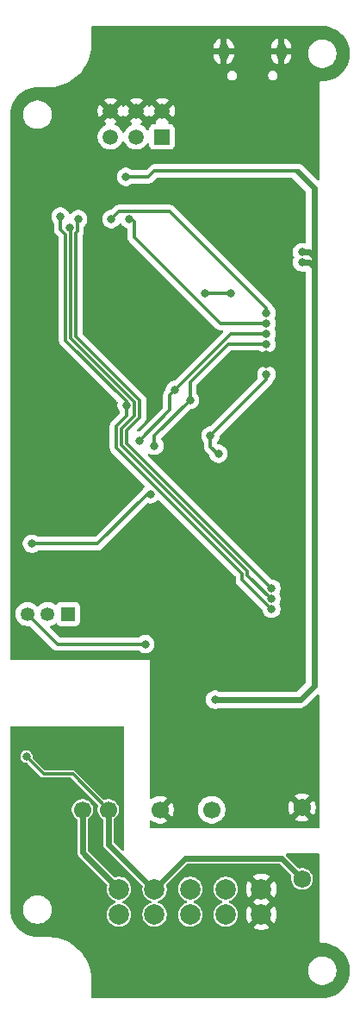
<source format=gbr>
%TF.GenerationSoftware,KiCad,Pcbnew,9.0.3*%
%TF.CreationDate,2025-07-20T13:08:18+03:00*%
%TF.ProjectId,PMMCU-ESP32C3,504d4d43-552d-4455-9350-333243332e6b,rev?*%
%TF.SameCoordinates,Original*%
%TF.FileFunction,Copper,L2,Bot*%
%TF.FilePolarity,Positive*%
%FSLAX46Y46*%
G04 Gerber Fmt 4.6, Leading zero omitted, Abs format (unit mm)*
G04 Created by KiCad (PCBNEW 9.0.3) date 2025-07-20 13:08:18*
%MOMM*%
%LPD*%
G01*
G04 APERTURE LIST*
%TA.AperFunction,ComponentPad*%
%ADD10R,1.500000X1.500000*%
%TD*%
%TA.AperFunction,ComponentPad*%
%ADD11C,1.500000*%
%TD*%
%TA.AperFunction,ComponentPad*%
%ADD12O,1.000000X1.700000*%
%TD*%
%TA.AperFunction,ComponentPad*%
%ADD13C,2.000000*%
%TD*%
%TA.AperFunction,ComponentPad*%
%ADD14C,1.725000*%
%TD*%
%TA.AperFunction,ComponentPad*%
%ADD15C,1.700000*%
%TD*%
%TA.AperFunction,ComponentPad*%
%ADD16R,1.350000X1.350000*%
%TD*%
%TA.AperFunction,ComponentPad*%
%ADD17C,1.350000*%
%TD*%
%TA.AperFunction,ViaPad*%
%ADD18C,0.800000*%
%TD*%
%TA.AperFunction,Conductor*%
%ADD19C,0.300000*%
%TD*%
%TA.AperFunction,Conductor*%
%ADD20C,0.600000*%
%TD*%
%TA.AperFunction,Conductor*%
%ADD21C,0.200000*%
%TD*%
G04 APERTURE END LIST*
D10*
%TO.P,SW4,1*%
%TO.N,Net-(RN3B-R2.1)*%
X15240000Y36830000D03*
D11*
%TO.P,SW4,2*%
%TO.N,Net-(RN3C-R3.1)*%
X12700000Y36830000D03*
%TO.P,SW4,3*%
%TO.N,Net-(RN3D-R4.1)*%
X10160000Y36830000D03*
%TO.P,SW4,4*%
%TO.N,GND_MCU*%
X10160000Y39370000D03*
%TO.P,SW4,5*%
X12700000Y39370000D03*
%TO.P,SW4,6*%
X15240000Y39370000D03*
%TD*%
D12*
%TO.P,J1,5,GND*%
%TO.N,GND_MCU*%
X26955029Y45202208D03*
X21305027Y45202208D03*
%TD*%
D13*
%TO.P,J6,1,Pin_1*%
%TO.N,+24V_BUS*%
X11000000Y-37000000D03*
%TO.P,J6,2,Pin_3*%
%TO.N,GND_BUS*%
X14500000Y-37000000D03*
%TO.P,J6,3,3*%
%TO.N,/A*%
X18000000Y-37000000D03*
%TO.P,J6,4,4*%
%TO.N,/B*%
X21500000Y-37000000D03*
%TO.P,J6,5,Pin_9*%
%TO.N,PE*%
X25000000Y-37000000D03*
%TO.P,J6,6,Pin_2*%
%TO.N,+24V_BUS*%
X11000000Y-39500000D03*
%TO.P,J6,7,Pin_4*%
%TO.N,GND_BUS*%
X14500000Y-39500000D03*
%TO.P,J6,8,Pin_6*%
%TO.N,/A*%
X18000000Y-39500000D03*
%TO.P,J6,9,Pin_8*%
%TO.N,/B*%
X21500000Y-39500000D03*
%TO.P,J6,10,Pin_10*%
%TO.N,PE*%
X25000000Y-39500000D03*
%TD*%
D14*
%TO.P,U4,1*%
%TO.N,GND_BUS*%
X29000000Y-36000000D03*
%TD*%
D15*
%TO.P,PS1,1,Vin*%
%TO.N,+24V_BUS*%
X7416800Y-29210000D03*
%TO.P,PS1,2,GND*%
%TO.N,GND_BUS*%
X9956800Y-29210000D03*
%TO.P,PS1,4,0V*%
%TO.N,GND_MCU*%
X15036800Y-29210000D03*
%TO.P,PS1,6,+V*%
%TO.N,+5V_MCU*%
X20116800Y-29210000D03*
%TD*%
D16*
%TO.P,J7,1,Pin_1*%
%TO.N,/UART_RTS*%
X6000000Y-10000000D03*
D17*
%TO.P,J7,2,Pin_2*%
%TO.N,/UART_RX*%
X4000000Y-10000000D03*
%TO.P,J7,3,Pin_3*%
%TO.N,/UART_TX*%
X2000000Y-10000000D03*
%TD*%
D14*
%TO.P,U3,1*%
%TO.N,GND_MCU*%
X29000000Y-29000000D03*
%TD*%
D18*
%TO.N,GND_MCU*%
X25500000Y10500000D03*
X25500000Y23500000D03*
X25500000Y11500000D03*
X25500000Y29500000D03*
X25500000Y28500000D03*
X25500000Y15500000D03*
X25500000Y14500000D03*
%TO.N,/MOSI_SDA_MCU*%
X20781037Y5718963D03*
X25500000Y13500000D03*
%TO.N,/MISO_MCU*%
X22000000Y21500000D03*
%TO.N,+3.3V_MCU*%
X29000000Y24500000D03*
X29000000Y25500000D03*
%TO.N,/CS3_MCU*%
X25500000Y16500000D03*
%TO.N,GND_MCU*%
X5000000Y2500000D03*
X13590000Y20937600D03*
X26000000Y-4500000D03*
X800000Y-12800000D03*
X2540000Y-4812000D03*
X14690000Y16810300D03*
X15010000Y-24830000D03*
X2540000Y4812400D03*
X19400000Y10600000D03*
X9525000Y-11355000D03*
X20750000Y41242100D03*
X12490000Y16810200D03*
X27250000Y41250000D03*
X13500000Y-11300000D03*
X24511900Y-17152000D03*
%TO.N,+3.3V_MCU*%
X11700000Y32900000D03*
X20447000Y-18415000D03*
%TO.N,/MOSI_SDA_MCU*%
X20000000Y7500002D03*
%TO.N,/CS0_MCU*%
X10250000Y28750000D03*
X25500000Y19500000D03*
%TO.N,/MISO_MCU*%
X19500000Y21500000D03*
%TO.N,/CS1_MCU*%
X25500000Y18500000D03*
X12000000Y28750000D03*
%TO.N,/UART_TX*%
X13589000Y-12954000D03*
%TO.N,/CS2_MCU*%
X16500000Y12000000D03*
X25500000Y17500000D03*
X13000000Y7000000D03*
%TO.N,/CS3_MCU*%
X14500000Y6500000D03*
X18000000Y11000000D03*
%TO.N,GND_BUS*%
X1905000Y-24000000D03*
%TO.N,Net-(R5-Pad1)*%
X2439100Y-3098000D03*
X14100000Y1750000D03*
%TO.N,/LED1*%
X26000000Y-8500000D03*
X6154999Y27904999D03*
%TO.N,/LED2*%
X26000000Y-9500000D03*
X5250000Y29000000D03*
X11750000Y10500000D03*
%TO.N,/LED0*%
X7000000Y28750000D03*
X26000000Y-7499997D03*
%TD*%
D19*
%TO.N,/MOSI_SDA_MCU*%
X25500000Y13500000D02*
X25500000Y13000000D01*
X25500000Y13000000D02*
X20000002Y7500002D01*
X20000002Y7500002D02*
X20000000Y7500002D01*
%TO.N,/CS3_MCU*%
X25500000Y16500000D02*
X21708520Y16500000D01*
X21708520Y16500000D02*
X18000000Y12791480D01*
X18000000Y12791480D02*
X18000000Y11000000D01*
%TO.N,/CS2_MCU*%
X25500000Y17500000D02*
X22000000Y17500000D01*
X22000000Y17500000D02*
X16500000Y12000000D01*
%TO.N,/CS1_MCU*%
X12501000Y26999000D02*
X12501000Y28500000D01*
X25500000Y18500000D02*
X21000000Y18500000D01*
X21000000Y18500000D02*
X12501000Y26999000D01*
X12501000Y28500000D02*
X12251000Y28750000D01*
X12251000Y28750000D02*
X12000000Y28750000D01*
%TO.N,/CS0_MCU*%
X25500000Y19500000D02*
X25500000Y20000000D01*
X25500000Y20000000D02*
X16000000Y29500000D01*
X16000000Y29500000D02*
X11000000Y29500000D01*
X11000000Y29500000D02*
X10250000Y28750000D01*
%TO.N,+3.3V_MCU*%
X25999996Y33500000D02*
X28476000Y33500000D01*
X28476000Y33500000D02*
X28575000Y33401000D01*
%TO.N,/MOSI_SDA_MCU*%
X20718962Y5718963D02*
X20000000Y6437925D01*
X20781037Y5718963D02*
X20718962Y5718963D01*
X20000000Y6437925D02*
X20000000Y7500002D01*
%TO.N,/MISO_MCU*%
X22000000Y21500000D02*
X19500000Y21500000D01*
D20*
%TO.N,+3.3V_MCU*%
X30200000Y13262000D02*
X30200000Y24000000D01*
X29700000Y24500000D02*
X30200000Y24000000D01*
X29000000Y24500000D02*
X29700000Y24500000D01*
X30200000Y24000000D02*
X30200000Y25000000D01*
X29000000Y25500000D02*
X29700000Y25500000D01*
X29700000Y25500000D02*
X30200000Y25000000D01*
X30200000Y25000000D02*
X30200000Y31776000D01*
X30200000Y-17044000D02*
X30200000Y13262000D01*
X20447000Y-18415000D02*
X28829000Y-18415000D01*
X30200000Y31776000D02*
X28588000Y33388000D01*
D19*
X25999996Y33500000D02*
X14500000Y33500000D01*
D20*
X28588000Y33388000D02*
X28575000Y33401000D01*
X28829000Y-18415000D02*
X30200000Y-17044000D01*
D19*
X14500000Y33500000D02*
X13900000Y32900000D01*
X13900000Y32900000D02*
X11700000Y32900000D01*
%TO.N,/UART_TX*%
X4954000Y-12954000D02*
X13589000Y-12954000D01*
X2000000Y-10000000D02*
X4954000Y-12954000D01*
%TO.N,/CS2_MCU*%
X16000000Y10000000D02*
X13000000Y7000000D01*
X16500000Y12000000D02*
X16000000Y11500000D01*
X16000000Y11500000D02*
X16000000Y10000000D01*
%TO.N,/CS3_MCU*%
X14500000Y7500000D02*
X14500000Y6500000D01*
X18000000Y11000000D02*
X14500000Y7500000D01*
D20*
%TO.N,GND_BUS*%
X26956000Y-33956000D02*
X17544000Y-33956000D01*
D19*
X3623000Y-25718000D02*
X6464800Y-25718000D01*
X6464800Y-25718000D02*
X9956800Y-29210000D01*
D21*
X14500000Y-37000000D02*
X14280900Y-37000000D01*
D19*
X1905000Y-24000000D02*
X3623000Y-25718000D01*
D20*
X17544000Y-33956000D02*
X14500000Y-37000000D01*
X14350736Y-37000000D02*
X9956800Y-32606064D01*
X9956800Y-32606064D02*
X9956800Y-29210000D01*
X14500000Y-37000000D02*
X14350736Y-37000000D01*
X29000000Y-36000000D02*
X26956000Y-33956000D01*
%TO.N,+24V_BUS*%
X7416800Y-33416800D02*
X7416800Y-29210000D01*
X11000000Y-37000000D02*
X7416800Y-33416800D01*
D19*
%TO.N,Net-(R5-Pad1)*%
X8902000Y-3098000D02*
X2439100Y-3098000D01*
X14100000Y1750000D02*
X13750000Y1750000D01*
X13750000Y1750000D02*
X8902000Y-3098000D01*
D21*
%TO.N,Net-(RN3D-R4.1)*%
X10270000Y36830000D02*
X10160000Y36830000D01*
D19*
%TO.N,/LED1*%
X11249000Y8207521D02*
X12501000Y9459520D01*
X11249000Y6542483D02*
X11249000Y8207521D01*
X6250000Y17062075D02*
X6250000Y27809998D01*
X26000000Y-8500000D02*
X25937928Y-8500000D01*
X12501000Y9459520D02*
X12501000Y10811075D01*
X23618964Y-6181036D02*
X23618964Y-5827481D01*
X6250000Y27809998D02*
X6154999Y27904999D01*
X12501000Y10811075D02*
X6250000Y17062075D01*
X23618964Y-5827481D02*
X11249000Y6542483D01*
X25937928Y-8500000D02*
X23618964Y-6181036D01*
%TO.N,/LED2*%
X11750000Y10853555D02*
X11750000Y10500000D01*
X11750000Y9417041D02*
X11750000Y10500000D01*
X10748000Y6334963D02*
X10748000Y8415043D01*
X10748000Y8415043D02*
X11750000Y9417041D01*
X5749000Y16854555D02*
X11750000Y10853555D01*
X5749000Y27248923D02*
X5749000Y16854555D01*
X23117964Y-6035001D02*
X10748000Y6334963D01*
X5250000Y29000000D02*
X5250000Y27747923D01*
X23117964Y-6680039D02*
X23117964Y-6035001D01*
X5250000Y27747923D02*
X5749000Y27248923D01*
X26000000Y-9500000D02*
X25937925Y-9500000D01*
X25937925Y-9500000D02*
X23117964Y-6680039D01*
%TO.N,/LED0*%
X13042480Y9292480D02*
X13042480Y10978115D01*
X11750000Y8000000D02*
X13042480Y9292480D01*
X11750000Y6750003D02*
X11750000Y8000000D01*
X13042480Y10978115D02*
X6751000Y17269595D01*
X6905999Y27593924D02*
X6905999Y28655999D01*
X26000000Y-7499997D02*
X11750000Y6750003D01*
X6905999Y28655999D02*
X7000000Y28750000D01*
X6751000Y27438925D02*
X6905999Y27593924D01*
X6751000Y17269595D02*
X6751000Y27438925D01*
%TD*%
%TA.AperFunction,Conductor*%
%TO.N,PE*%
G36*
X11443039Y-21019685D02*
G01*
X11488794Y-21072489D01*
X11500000Y-21124000D01*
X11500000Y-33142088D01*
X11480315Y-33209127D01*
X11427511Y-33254882D01*
X11358353Y-33264826D01*
X11294797Y-33235801D01*
X11288319Y-33229769D01*
X10493619Y-32435069D01*
X10460134Y-32373746D01*
X10457300Y-32347388D01*
X10457300Y-30205281D01*
X10476985Y-30138242D01*
X10512410Y-30102178D01*
X10626455Y-30025977D01*
X10772777Y-29879655D01*
X10887741Y-29707598D01*
X10966930Y-29516420D01*
X11007300Y-29313465D01*
X11007300Y-29106535D01*
X10966930Y-28903580D01*
X10887741Y-28712402D01*
X10772777Y-28540345D01*
X10772775Y-28540342D01*
X10626457Y-28394024D01*
X10519228Y-28322377D01*
X10454398Y-28279059D01*
X10263220Y-28199870D01*
X10263212Y-28199868D01*
X10060269Y-28159500D01*
X10060265Y-28159500D01*
X9853335Y-28159500D01*
X9853330Y-28159500D01*
X9650387Y-28199868D01*
X9650375Y-28199871D01*
X9579828Y-28229093D01*
X9510359Y-28236562D01*
X9447880Y-28205287D01*
X9444695Y-28202213D01*
X6680013Y-25437531D01*
X6680008Y-25437527D01*
X6600090Y-25391387D01*
X6600089Y-25391386D01*
X6600088Y-25391386D01*
X6510944Y-25367500D01*
X6510943Y-25367500D01*
X3819544Y-25367500D01*
X3752505Y-25347815D01*
X3731863Y-25331181D01*
X2541819Y-24141137D01*
X2508334Y-24079814D01*
X2505500Y-24053456D01*
X2505500Y-23920945D01*
X2505500Y-23920943D01*
X2464577Y-23768216D01*
X2464573Y-23768209D01*
X2385524Y-23631290D01*
X2385518Y-23631282D01*
X2273717Y-23519481D01*
X2273709Y-23519475D01*
X2136790Y-23440426D01*
X2136786Y-23440424D01*
X2136784Y-23440423D01*
X1984057Y-23399500D01*
X1825943Y-23399500D01*
X1673216Y-23440423D01*
X1673209Y-23440426D01*
X1536290Y-23519475D01*
X1536282Y-23519481D01*
X1424481Y-23631282D01*
X1424475Y-23631290D01*
X1345426Y-23768209D01*
X1345423Y-23768216D01*
X1304500Y-23920943D01*
X1304500Y-24079057D01*
X1321135Y-24141137D01*
X1345423Y-24231783D01*
X1345426Y-24231790D01*
X1424475Y-24368709D01*
X1424479Y-24368714D01*
X1424480Y-24368716D01*
X1536284Y-24480520D01*
X1536286Y-24480521D01*
X1536290Y-24480524D01*
X1673209Y-24559573D01*
X1673216Y-24559577D01*
X1825943Y-24600500D01*
X1825945Y-24600500D01*
X1958456Y-24600500D01*
X2025495Y-24620185D01*
X2046137Y-24636819D01*
X3407788Y-25998470D01*
X3487712Y-26044614D01*
X3576856Y-26068500D01*
X6268256Y-26068500D01*
X6335295Y-26088185D01*
X6355937Y-26104819D01*
X8949013Y-28697895D01*
X8982498Y-28759218D01*
X8977514Y-28828910D01*
X8975893Y-28833028D01*
X8946671Y-28903575D01*
X8946668Y-28903587D01*
X8906300Y-29106530D01*
X8906300Y-29313469D01*
X8946668Y-29516412D01*
X8946670Y-29516420D01*
X9025858Y-29707596D01*
X9140824Y-29879657D01*
X9287140Y-30025973D01*
X9287143Y-30025975D01*
X9287145Y-30025977D01*
X9342555Y-30063000D01*
X9401190Y-30102178D01*
X9445996Y-30155791D01*
X9456300Y-30205281D01*
X9456300Y-32671955D01*
X9490408Y-32799251D01*
X9523354Y-32856314D01*
X9556300Y-32913378D01*
X9556302Y-32913380D01*
X13288861Y-36645939D01*
X13322346Y-36707262D01*
X13323653Y-36753018D01*
X13299500Y-36905513D01*
X13299500Y-37094486D01*
X13329059Y-37281118D01*
X13387454Y-37460836D01*
X13468722Y-37620332D01*
X13473240Y-37629199D01*
X13584310Y-37782073D01*
X13717927Y-37915690D01*
X13870801Y-38026760D01*
X13950347Y-38067290D01*
X14039163Y-38112545D01*
X14039165Y-38112545D01*
X14039168Y-38112547D01*
X14099251Y-38132069D01*
X14156926Y-38171507D01*
X14184124Y-38235866D01*
X14172209Y-38304712D01*
X14124965Y-38356188D01*
X14099253Y-38367930D01*
X14080756Y-38373939D01*
X14039163Y-38387454D01*
X13870800Y-38473240D01*
X13783579Y-38536610D01*
X13717927Y-38584310D01*
X13717925Y-38584312D01*
X13717924Y-38584312D01*
X13584312Y-38717924D01*
X13584312Y-38717925D01*
X13584310Y-38717927D01*
X13547990Y-38767917D01*
X13473240Y-38870800D01*
X13387454Y-39039163D01*
X13329059Y-39218881D01*
X13299500Y-39405513D01*
X13299500Y-39594486D01*
X13329059Y-39781118D01*
X13387454Y-39960836D01*
X13446033Y-40075802D01*
X13473240Y-40129199D01*
X13584310Y-40282073D01*
X13717927Y-40415690D01*
X13870801Y-40526760D01*
X13950347Y-40567290D01*
X14039163Y-40612545D01*
X14039165Y-40612545D01*
X14039168Y-40612547D01*
X14135497Y-40643846D01*
X14218881Y-40670940D01*
X14405514Y-40700500D01*
X14405519Y-40700500D01*
X14594486Y-40700500D01*
X14781118Y-40670940D01*
X14960832Y-40612547D01*
X15129199Y-40526760D01*
X15282073Y-40415690D01*
X15415690Y-40282073D01*
X15526760Y-40129199D01*
X15612547Y-39960832D01*
X15670940Y-39781118D01*
X15682981Y-39705096D01*
X15700500Y-39594486D01*
X15700500Y-39405513D01*
X15670940Y-39218881D01*
X15612545Y-39039163D01*
X15567290Y-38950347D01*
X15526760Y-38870801D01*
X15415690Y-38717927D01*
X15282073Y-38584310D01*
X15129199Y-38473240D01*
X15107912Y-38462394D01*
X14960834Y-38387454D01*
X14960833Y-38387453D01*
X14960832Y-38387453D01*
X14900748Y-38367930D01*
X14843073Y-38328493D01*
X14815875Y-38264135D01*
X14827790Y-38195288D01*
X14875034Y-38143813D01*
X14900746Y-38132069D01*
X14960832Y-38112547D01*
X15129199Y-38026760D01*
X15282073Y-37915690D01*
X15415690Y-37782073D01*
X15526760Y-37629199D01*
X15612547Y-37460832D01*
X15670940Y-37281118D01*
X15700500Y-37094486D01*
X15700500Y-36905513D01*
X16799500Y-36905513D01*
X16799500Y-37094486D01*
X16829059Y-37281118D01*
X16887454Y-37460836D01*
X16968722Y-37620332D01*
X16973240Y-37629199D01*
X17084310Y-37782073D01*
X17217927Y-37915690D01*
X17370801Y-38026760D01*
X17450347Y-38067290D01*
X17539163Y-38112545D01*
X17539165Y-38112545D01*
X17539168Y-38112547D01*
X17599251Y-38132069D01*
X17656926Y-38171507D01*
X17684124Y-38235866D01*
X17672209Y-38304712D01*
X17624965Y-38356188D01*
X17599253Y-38367930D01*
X17580756Y-38373939D01*
X17539163Y-38387454D01*
X17370800Y-38473240D01*
X17283579Y-38536610D01*
X17217927Y-38584310D01*
X17217925Y-38584312D01*
X17217924Y-38584312D01*
X17084312Y-38717924D01*
X17084312Y-38717925D01*
X17084310Y-38717927D01*
X17047990Y-38767917D01*
X16973240Y-38870800D01*
X16887454Y-39039163D01*
X16829059Y-39218881D01*
X16799500Y-39405513D01*
X16799500Y-39594486D01*
X16829059Y-39781118D01*
X16887454Y-39960836D01*
X16946033Y-40075802D01*
X16973240Y-40129199D01*
X17084310Y-40282073D01*
X17217927Y-40415690D01*
X17370801Y-40526760D01*
X17450347Y-40567290D01*
X17539163Y-40612545D01*
X17539165Y-40612545D01*
X17539168Y-40612547D01*
X17635497Y-40643846D01*
X17718881Y-40670940D01*
X17905514Y-40700500D01*
X17905519Y-40700500D01*
X18094486Y-40700500D01*
X18281118Y-40670940D01*
X18460832Y-40612547D01*
X18629199Y-40526760D01*
X18782073Y-40415690D01*
X18915690Y-40282073D01*
X19026760Y-40129199D01*
X19112547Y-39960832D01*
X19170940Y-39781118D01*
X19182981Y-39705096D01*
X19200500Y-39594486D01*
X19200500Y-39405513D01*
X19170940Y-39218881D01*
X19112545Y-39039163D01*
X19067290Y-38950347D01*
X19026760Y-38870801D01*
X18915690Y-38717927D01*
X18782073Y-38584310D01*
X18629199Y-38473240D01*
X18607912Y-38462394D01*
X18460834Y-38387454D01*
X18460833Y-38387453D01*
X18460832Y-38387453D01*
X18400748Y-38367930D01*
X18343073Y-38328493D01*
X18315875Y-38264135D01*
X18327790Y-38195288D01*
X18375034Y-38143813D01*
X18400746Y-38132069D01*
X18460832Y-38112547D01*
X18629199Y-38026760D01*
X18782073Y-37915690D01*
X18915690Y-37782073D01*
X19026760Y-37629199D01*
X19112547Y-37460832D01*
X19170940Y-37281118D01*
X19200500Y-37094486D01*
X19200500Y-36905513D01*
X20299500Y-36905513D01*
X20299500Y-37094486D01*
X20329059Y-37281118D01*
X20387454Y-37460836D01*
X20468722Y-37620332D01*
X20473240Y-37629199D01*
X20584310Y-37782073D01*
X20717927Y-37915690D01*
X20870801Y-38026760D01*
X20950347Y-38067290D01*
X21039163Y-38112545D01*
X21039165Y-38112545D01*
X21039168Y-38112547D01*
X21099251Y-38132069D01*
X21156926Y-38171507D01*
X21184124Y-38235866D01*
X21172209Y-38304712D01*
X21124965Y-38356188D01*
X21099253Y-38367930D01*
X21080756Y-38373939D01*
X21039163Y-38387454D01*
X20870800Y-38473240D01*
X20783579Y-38536610D01*
X20717927Y-38584310D01*
X20717925Y-38584312D01*
X20717924Y-38584312D01*
X20584312Y-38717924D01*
X20584312Y-38717925D01*
X20584310Y-38717927D01*
X20547990Y-38767917D01*
X20473240Y-38870800D01*
X20387454Y-39039163D01*
X20329059Y-39218881D01*
X20299500Y-39405513D01*
X20299500Y-39594486D01*
X20329059Y-39781118D01*
X20387454Y-39960836D01*
X20446033Y-40075802D01*
X20473240Y-40129199D01*
X20584310Y-40282073D01*
X20717927Y-40415690D01*
X20870801Y-40526760D01*
X20950347Y-40567290D01*
X21039163Y-40612545D01*
X21039165Y-40612545D01*
X21039168Y-40612547D01*
X21135497Y-40643846D01*
X21218881Y-40670940D01*
X21405514Y-40700500D01*
X21405519Y-40700500D01*
X21594486Y-40700500D01*
X21781118Y-40670940D01*
X21960832Y-40612547D01*
X22129199Y-40526760D01*
X22282073Y-40415690D01*
X22415690Y-40282073D01*
X22526760Y-40129199D01*
X22612547Y-39960832D01*
X22670940Y-39781118D01*
X22682981Y-39705096D01*
X22700500Y-39594486D01*
X22700500Y-39405514D01*
X22699068Y-39396474D01*
X22699068Y-39396473D01*
X22670940Y-39218881D01*
X22612545Y-39039163D01*
X22567290Y-38950347D01*
X22526760Y-38870801D01*
X22415690Y-38717927D01*
X22282073Y-38584310D01*
X22129199Y-38473240D01*
X22107912Y-38462394D01*
X21960834Y-38387454D01*
X21960833Y-38387453D01*
X21960832Y-38387453D01*
X21900748Y-38367930D01*
X21878314Y-38352590D01*
X21854078Y-38340293D01*
X21849897Y-38333159D01*
X21843073Y-38328493D01*
X21832493Y-38303459D01*
X21818753Y-38280011D01*
X21819093Y-38271750D01*
X21815875Y-38264135D01*
X21820509Y-38237354D01*
X21821628Y-38210200D01*
X21826380Y-38203434D01*
X21827790Y-38195288D01*
X21846166Y-38175266D01*
X21861788Y-38153026D01*
X21871249Y-38147936D01*
X21875034Y-38143813D01*
X21892239Y-38135182D01*
X21896431Y-38133472D01*
X21960832Y-38112547D01*
X22129199Y-38026760D01*
X22282073Y-37915690D01*
X22415690Y-37782073D01*
X22526760Y-37629199D01*
X22612547Y-37460832D01*
X22670940Y-37281118D01*
X22700500Y-37094486D01*
X22700500Y-36905514D01*
X22699068Y-36896474D01*
X22699068Y-36896473D01*
X22696767Y-36881947D01*
X23500000Y-36881947D01*
X23500000Y-37118052D01*
X23536934Y-37351247D01*
X23609897Y-37575802D01*
X23717081Y-37786163D01*
X23717089Y-37786176D01*
X23747584Y-37828149D01*
X23747586Y-37828150D01*
X24339979Y-37235756D01*
X24379668Y-37331574D01*
X24456274Y-37446224D01*
X24553776Y-37543726D01*
X24668426Y-37620332D01*
X24764243Y-37660020D01*
X24174264Y-38250000D01*
X24764243Y-38839979D01*
X24668426Y-38879668D01*
X24553776Y-38956274D01*
X24456274Y-39053776D01*
X24379668Y-39168426D01*
X24339979Y-39264242D01*
X23747585Y-38671848D01*
X23747584Y-38671849D01*
X23717087Y-38713824D01*
X23609897Y-38924197D01*
X23536934Y-39148752D01*
X23500000Y-39381947D01*
X23500000Y-39618052D01*
X23536934Y-39851247D01*
X23609897Y-40075802D01*
X23717081Y-40286163D01*
X23717089Y-40286176D01*
X23747584Y-40328149D01*
X23747586Y-40328150D01*
X24339979Y-39735756D01*
X24379668Y-39831574D01*
X24456274Y-39946224D01*
X24553776Y-40043726D01*
X24668426Y-40120332D01*
X24764243Y-40160020D01*
X24171849Y-40752413D01*
X24213828Y-40782914D01*
X24424197Y-40890102D01*
X24648752Y-40963065D01*
X24648751Y-40963065D01*
X24881948Y-41000000D01*
X25118052Y-41000000D01*
X25351247Y-40963065D01*
X25575802Y-40890102D01*
X25786171Y-40782914D01*
X25828149Y-40752413D01*
X25235756Y-40160020D01*
X25331574Y-40120332D01*
X25446224Y-40043726D01*
X25543726Y-39946224D01*
X25620332Y-39831574D01*
X25660020Y-39735756D01*
X26252413Y-40328149D01*
X26282914Y-40286171D01*
X26390102Y-40075802D01*
X26463065Y-39851247D01*
X26500000Y-39618052D01*
X26500000Y-39381947D01*
X26463065Y-39148752D01*
X26390102Y-38924197D01*
X26282914Y-38713828D01*
X26252413Y-38671849D01*
X25660020Y-39264242D01*
X25620332Y-39168426D01*
X25543726Y-39053776D01*
X25446224Y-38956274D01*
X25331574Y-38879668D01*
X25235756Y-38839979D01*
X25825736Y-38250000D01*
X25235756Y-37660020D01*
X25331574Y-37620332D01*
X25446224Y-37543726D01*
X25543726Y-37446224D01*
X25620332Y-37331574D01*
X25660020Y-37235756D01*
X26252413Y-37828149D01*
X26282914Y-37786171D01*
X26390102Y-37575802D01*
X26463065Y-37351247D01*
X26500000Y-37118052D01*
X26500000Y-36881947D01*
X26463065Y-36648752D01*
X26390102Y-36424197D01*
X26282914Y-36213828D01*
X26252413Y-36171849D01*
X25660020Y-36764242D01*
X25620332Y-36668426D01*
X25543726Y-36553776D01*
X25446224Y-36456274D01*
X25331574Y-36379668D01*
X25235757Y-36339979D01*
X25828150Y-35747586D01*
X25828149Y-35747584D01*
X25786176Y-35717089D01*
X25786163Y-35717081D01*
X25575802Y-35609897D01*
X25351247Y-35536934D01*
X25351248Y-35536934D01*
X25118052Y-35500000D01*
X24881948Y-35500000D01*
X24648752Y-35536934D01*
X24424197Y-35609897D01*
X24213824Y-35717087D01*
X24171849Y-35747584D01*
X24171848Y-35747585D01*
X24764243Y-36339979D01*
X24668426Y-36379668D01*
X24553776Y-36456274D01*
X24456274Y-36553776D01*
X24379668Y-36668426D01*
X24339979Y-36764242D01*
X23747585Y-36171848D01*
X23747584Y-36171849D01*
X23717087Y-36213824D01*
X23609897Y-36424197D01*
X23536934Y-36648752D01*
X23500000Y-36881947D01*
X22696767Y-36881947D01*
X22670940Y-36718881D01*
X22627093Y-36583936D01*
X22612547Y-36539168D01*
X22612545Y-36539165D01*
X22612545Y-36539163D01*
X22567290Y-36450347D01*
X22526760Y-36370801D01*
X22415690Y-36217927D01*
X22282073Y-36084310D01*
X22129199Y-35973240D01*
X21995918Y-35905330D01*
X21960836Y-35887454D01*
X21781118Y-35829059D01*
X21594486Y-35799500D01*
X21594481Y-35799500D01*
X21405519Y-35799500D01*
X21405514Y-35799500D01*
X21218881Y-35829059D01*
X21039163Y-35887454D01*
X20870800Y-35973240D01*
X20783579Y-36036610D01*
X20717927Y-36084310D01*
X20717925Y-36084312D01*
X20717924Y-36084312D01*
X20584312Y-36217924D01*
X20584312Y-36217925D01*
X20584310Y-36217927D01*
X20536610Y-36283579D01*
X20473240Y-36370800D01*
X20387454Y-36539163D01*
X20329059Y-36718881D01*
X20299500Y-36905513D01*
X19200500Y-36905513D01*
X19170940Y-36718881D01*
X19127093Y-36583936D01*
X19112547Y-36539168D01*
X19112545Y-36539165D01*
X19112545Y-36539163D01*
X19067290Y-36450347D01*
X19026760Y-36370801D01*
X18915690Y-36217927D01*
X18782073Y-36084310D01*
X18629199Y-35973240D01*
X18460836Y-35887454D01*
X18281118Y-35829059D01*
X18094486Y-35799500D01*
X18094481Y-35799500D01*
X17905519Y-35799500D01*
X17905514Y-35799500D01*
X17718881Y-35829059D01*
X17539163Y-35887454D01*
X17370800Y-35973240D01*
X17283579Y-36036610D01*
X17217927Y-36084310D01*
X17217925Y-36084312D01*
X17217924Y-36084312D01*
X17084312Y-36217924D01*
X17084312Y-36217925D01*
X17084310Y-36217927D01*
X17036610Y-36283579D01*
X16973240Y-36370800D01*
X16887454Y-36539163D01*
X16829059Y-36718881D01*
X16799500Y-36905513D01*
X15700500Y-36905513D01*
X15683125Y-36795818D01*
X15670940Y-36718882D01*
X15649784Y-36653774D01*
X15647790Y-36583936D01*
X15680033Y-36527779D01*
X17714995Y-34492819D01*
X17776318Y-34459334D01*
X17802676Y-34456500D01*
X26697324Y-34456500D01*
X26764363Y-34476185D01*
X26785005Y-34492819D01*
X27931692Y-35639506D01*
X27965177Y-35700829D01*
X27965628Y-35751378D01*
X27937000Y-35895299D01*
X27937000Y-35895304D01*
X27937000Y-36104696D01*
X27937000Y-36104698D01*
X27936999Y-36104698D01*
X27977849Y-36310060D01*
X27977851Y-36310066D01*
X28057982Y-36503521D01*
X28174310Y-36677618D01*
X28174316Y-36677626D01*
X28322373Y-36825683D01*
X28322381Y-36825689D01*
X28496478Y-36942017D01*
X28553140Y-36965487D01*
X28689934Y-37022149D01*
X28689938Y-37022149D01*
X28689939Y-37022150D01*
X28895301Y-37063000D01*
X28895304Y-37063000D01*
X29104698Y-37063000D01*
X29242863Y-37035516D01*
X29310066Y-37022149D01*
X29503519Y-36942018D01*
X29503519Y-36942017D01*
X29503521Y-36942017D01*
X29593422Y-36881947D01*
X29677623Y-36825686D01*
X29825686Y-36677623D01*
X29918202Y-36539163D01*
X29942017Y-36503521D01*
X29942018Y-36503519D01*
X30022149Y-36310066D01*
X30041293Y-36213824D01*
X30063000Y-36104698D01*
X30063000Y-35895301D01*
X30022150Y-35689939D01*
X30022149Y-35689938D01*
X30022149Y-35689934D01*
X29942018Y-35496481D01*
X29942017Y-35496478D01*
X29825689Y-35322381D01*
X29825683Y-35322373D01*
X29677626Y-35174316D01*
X29677618Y-35174310D01*
X29503521Y-35057982D01*
X29310066Y-34977851D01*
X29310060Y-34977849D01*
X29104698Y-34937000D01*
X29104696Y-34937000D01*
X28895304Y-34937000D01*
X28895301Y-34937000D01*
X28751378Y-34965628D01*
X28681787Y-34959401D01*
X28639506Y-34931692D01*
X27419495Y-33711681D01*
X27386010Y-33650358D01*
X27390994Y-33580666D01*
X27432866Y-33524733D01*
X27498330Y-33500316D01*
X27507176Y-33500000D01*
X30575500Y-33500000D01*
X30642539Y-33519685D01*
X30688294Y-33572489D01*
X30699500Y-33624000D01*
X30699500Y-42047598D01*
X30701970Y-42055198D01*
X30711777Y-42085381D01*
X30719979Y-42115989D01*
X30723965Y-42122894D01*
X30727987Y-42135273D01*
X30727988Y-42135275D01*
X30728912Y-42138119D01*
X30728914Y-42138123D01*
X30728915Y-42138125D01*
X30747634Y-42163889D01*
X30759540Y-42184511D01*
X30770789Y-42195760D01*
X30776519Y-42203647D01*
X30776522Y-42203650D01*
X30784866Y-42215134D01*
X30784867Y-42215134D01*
X30784868Y-42215136D01*
X30796344Y-42223474D01*
X30796343Y-42223474D01*
X30804241Y-42229212D01*
X30815489Y-42240460D01*
X30836102Y-42252360D01*
X30841365Y-42256184D01*
X30861871Y-42271083D01*
X30861877Y-42271086D01*
X30864712Y-42272007D01*
X30864711Y-42272007D01*
X30877104Y-42276033D01*
X30884011Y-42280021D01*
X30914612Y-42288220D01*
X30917701Y-42289224D01*
X30917704Y-42289225D01*
X30952400Y-42300499D01*
X30952403Y-42300499D01*
X30952405Y-42300500D01*
X30996396Y-42300500D01*
X31003605Y-42300709D01*
X31306184Y-42318333D01*
X31320504Y-42320006D01*
X31615441Y-42372011D01*
X31629450Y-42375331D01*
X31817098Y-42431510D01*
X31916365Y-42461229D01*
X31929915Y-42466161D01*
X32014134Y-42502489D01*
X32204911Y-42584782D01*
X32217783Y-42591247D01*
X32470809Y-42737332D01*
X32477143Y-42740989D01*
X32489190Y-42748913D01*
X32729412Y-42927751D01*
X32740459Y-42937020D01*
X32958291Y-43142534D01*
X32968186Y-43153022D01*
X33160686Y-43382433D01*
X33169297Y-43394000D01*
X33333866Y-43644215D01*
X33341075Y-43656700D01*
X33408280Y-43790516D01*
X33475483Y-43924330D01*
X33481194Y-43937570D01*
X33583622Y-44218987D01*
X33587758Y-44232802D01*
X33656823Y-44524209D01*
X33659327Y-44538409D01*
X33694095Y-44835867D01*
X33694933Y-44850263D01*
X33694933Y-45149736D01*
X33694095Y-45164132D01*
X33659327Y-45461590D01*
X33656823Y-45475790D01*
X33587758Y-45767197D01*
X33583622Y-45781012D01*
X33481194Y-46062429D01*
X33475483Y-46075669D01*
X33341077Y-46343296D01*
X33333866Y-46355784D01*
X33169297Y-46605999D01*
X33160686Y-46617566D01*
X32968186Y-46846977D01*
X32958291Y-46857465D01*
X32740459Y-47062979D01*
X32729412Y-47072248D01*
X32489190Y-47251086D01*
X32477143Y-47259010D01*
X32217790Y-47408748D01*
X32204904Y-47415220D01*
X31929915Y-47533838D01*
X31916365Y-47538770D01*
X31629461Y-47624665D01*
X31615429Y-47627990D01*
X31320505Y-47679992D01*
X31306183Y-47681666D01*
X31003606Y-47699290D01*
X30996396Y-47699500D01*
X8424500Y-47699500D01*
X8357461Y-47679815D01*
X8311706Y-47627011D01*
X8300500Y-47575500D01*
X8300500Y-45801178D01*
X8298631Y-45781012D01*
X8263810Y-45405224D01*
X8190742Y-45014346D01*
X8155300Y-44889778D01*
X29599500Y-44889778D01*
X29599500Y-44921635D01*
X29599500Y-45110222D01*
X29606903Y-45156962D01*
X29633985Y-45327952D01*
X29702103Y-45537603D01*
X29702104Y-45537606D01*
X29743079Y-45618022D01*
X29787446Y-45705096D01*
X29802187Y-45734025D01*
X29931752Y-45912358D01*
X29931756Y-45912363D01*
X30087636Y-46068243D01*
X30087641Y-46068247D01*
X30097857Y-46075669D01*
X30265978Y-46197815D01*
X30394375Y-46263237D01*
X30462393Y-46297895D01*
X30462396Y-46297896D01*
X30567221Y-46331955D01*
X30672049Y-46366015D01*
X30889778Y-46400500D01*
X30889779Y-46400500D01*
X31110221Y-46400500D01*
X31110222Y-46400500D01*
X31327951Y-46366015D01*
X31537606Y-46297895D01*
X31734022Y-46197815D01*
X31912365Y-46068242D01*
X32068242Y-45912365D01*
X32197815Y-45734022D01*
X32297895Y-45537606D01*
X32366015Y-45327951D01*
X32400500Y-45110222D01*
X32400500Y-44889778D01*
X32366015Y-44672049D01*
X32317980Y-44524209D01*
X32297896Y-44462396D01*
X32297895Y-44462393D01*
X32263237Y-44394375D01*
X32197815Y-44265978D01*
X32153040Y-44204350D01*
X32068247Y-44087641D01*
X32068243Y-44087636D01*
X31912363Y-43931756D01*
X31912358Y-43931752D01*
X31734025Y-43802187D01*
X31734024Y-43802186D01*
X31734022Y-43802185D01*
X31671096Y-43770122D01*
X31537606Y-43702104D01*
X31537603Y-43702103D01*
X31327952Y-43633985D01*
X31219086Y-43616742D01*
X31110222Y-43599500D01*
X30889778Y-43599500D01*
X30817201Y-43610995D01*
X30672047Y-43633985D01*
X30462396Y-43702103D01*
X30462393Y-43702104D01*
X30265974Y-43802187D01*
X30087641Y-43931752D01*
X30087636Y-43931756D01*
X29931756Y-44087636D01*
X29931752Y-44087641D01*
X29802187Y-44265974D01*
X29702104Y-44462393D01*
X29702103Y-44462396D01*
X29633985Y-44672047D01*
X29633985Y-44672049D01*
X29599500Y-44889778D01*
X8155300Y-44889778D01*
X8081921Y-44631878D01*
X7938274Y-44261082D01*
X7761027Y-43905122D01*
X7551692Y-43567035D01*
X7312055Y-43249704D01*
X7312052Y-43249700D01*
X7044161Y-42955838D01*
X6750299Y-42687947D01*
X6750290Y-42687940D01*
X6456606Y-42466161D01*
X6432965Y-42448308D01*
X6094878Y-42238973D01*
X5738918Y-42061726D01*
X5368122Y-41918079D01*
X5368120Y-41918078D01*
X5368119Y-41918078D01*
X4985661Y-41809260D01*
X4985661Y-41809259D01*
X4594767Y-41736188D01*
X4275044Y-41706562D01*
X4198824Y-41699500D01*
X4198821Y-41699500D01*
X3003481Y-41699500D01*
X2996528Y-41699305D01*
X2704703Y-41682916D01*
X2690885Y-41681359D01*
X2406172Y-41632984D01*
X2392615Y-41629890D01*
X2115100Y-41549939D01*
X2101975Y-41545346D01*
X1835165Y-41434830D01*
X1822637Y-41428797D01*
X1569874Y-41289100D01*
X1558100Y-41281702D01*
X1322569Y-41114584D01*
X1311697Y-41105914D01*
X1096357Y-40913475D01*
X1086524Y-40903642D01*
X894085Y-40688302D01*
X885415Y-40677430D01*
X718297Y-40441899D01*
X710899Y-40430125D01*
X675466Y-40366014D01*
X571198Y-40177355D01*
X565172Y-40164841D01*
X454653Y-39898024D01*
X450060Y-39884899D01*
X370109Y-39607384D01*
X367015Y-39593827D01*
X335020Y-39405519D01*
X318638Y-39309103D01*
X317084Y-39295306D01*
X300695Y-39003472D01*
X300500Y-38996519D01*
X300500Y-38889778D01*
X1599500Y-38889778D01*
X1599500Y-39110221D01*
X1633985Y-39327952D01*
X1702103Y-39537603D01*
X1702104Y-39537606D01*
X1770122Y-39671096D01*
X1787446Y-39705096D01*
X1802187Y-39734025D01*
X1931752Y-39912358D01*
X1931756Y-39912363D01*
X2087636Y-40068243D01*
X2087641Y-40068247D01*
X2220583Y-40164834D01*
X2265978Y-40197815D01*
X2394375Y-40263237D01*
X2462393Y-40297895D01*
X2462396Y-40297896D01*
X2555508Y-40328149D01*
X2672049Y-40366015D01*
X2889778Y-40400500D01*
X2889779Y-40400500D01*
X3110221Y-40400500D01*
X3110222Y-40400500D01*
X3327951Y-40366015D01*
X3537606Y-40297895D01*
X3734022Y-40197815D01*
X3912365Y-40068242D01*
X4068242Y-39912365D01*
X4197815Y-39734022D01*
X4297895Y-39537606D01*
X4366015Y-39327951D01*
X4400500Y-39110222D01*
X4400500Y-38889778D01*
X4366015Y-38672049D01*
X4331955Y-38567221D01*
X4297896Y-38462396D01*
X4297895Y-38462393D01*
X4259710Y-38387453D01*
X4197815Y-38265978D01*
X4177019Y-38237354D01*
X4068247Y-38087641D01*
X4068243Y-38087636D01*
X3912363Y-37931756D01*
X3912358Y-37931752D01*
X3734025Y-37802187D01*
X3734024Y-37802186D01*
X3734022Y-37802185D01*
X3671096Y-37770122D01*
X3537606Y-37702104D01*
X3537603Y-37702103D01*
X3327952Y-37633985D01*
X3219086Y-37616742D01*
X3110222Y-37599500D01*
X2889778Y-37599500D01*
X2817201Y-37610995D01*
X2672047Y-37633985D01*
X2462396Y-37702103D01*
X2462393Y-37702104D01*
X2265974Y-37802187D01*
X2087641Y-37931752D01*
X2087636Y-37931756D01*
X1931756Y-38087636D01*
X1931752Y-38087641D01*
X1802187Y-38265974D01*
X1702104Y-38462393D01*
X1702103Y-38462396D01*
X1633985Y-38672047D01*
X1599500Y-38889778D01*
X300500Y-38889778D01*
X300500Y-29106530D01*
X6366300Y-29106530D01*
X6366300Y-29313469D01*
X6406668Y-29516412D01*
X6406670Y-29516420D01*
X6485858Y-29707596D01*
X6600824Y-29879657D01*
X6747140Y-30025973D01*
X6747143Y-30025975D01*
X6747145Y-30025977D01*
X6802555Y-30063000D01*
X6861190Y-30102178D01*
X6905996Y-30155791D01*
X6916300Y-30205281D01*
X6916300Y-33482691D01*
X6950408Y-33609987D01*
X6973717Y-33650358D01*
X7016300Y-33724114D01*
X7016302Y-33724116D01*
X9819963Y-36527777D01*
X9853448Y-36589100D01*
X9850213Y-36653775D01*
X9829060Y-36718878D01*
X9799500Y-36905513D01*
X9799500Y-37094486D01*
X9829059Y-37281118D01*
X9887454Y-37460836D01*
X9968722Y-37620332D01*
X9973240Y-37629199D01*
X10084310Y-37782073D01*
X10217927Y-37915690D01*
X10370801Y-38026760D01*
X10450347Y-38067290D01*
X10539163Y-38112545D01*
X10539165Y-38112545D01*
X10539168Y-38112547D01*
X10599251Y-38132069D01*
X10656926Y-38171507D01*
X10684124Y-38235866D01*
X10672209Y-38304712D01*
X10624965Y-38356188D01*
X10599253Y-38367930D01*
X10580756Y-38373939D01*
X10539163Y-38387454D01*
X10370800Y-38473240D01*
X10283579Y-38536610D01*
X10217927Y-38584310D01*
X10217925Y-38584312D01*
X10217924Y-38584312D01*
X10084312Y-38717924D01*
X10084312Y-38717925D01*
X10084310Y-38717927D01*
X10047990Y-38767917D01*
X9973240Y-38870800D01*
X9887454Y-39039163D01*
X9829059Y-39218881D01*
X9799500Y-39405513D01*
X9799500Y-39594486D01*
X9829059Y-39781118D01*
X9887454Y-39960836D01*
X9946033Y-40075802D01*
X9973240Y-40129199D01*
X10084310Y-40282073D01*
X10217927Y-40415690D01*
X10370801Y-40526760D01*
X10450347Y-40567290D01*
X10539163Y-40612545D01*
X10539165Y-40612545D01*
X10539168Y-40612547D01*
X10635497Y-40643846D01*
X10718881Y-40670940D01*
X10905514Y-40700500D01*
X10905519Y-40700500D01*
X11094486Y-40700500D01*
X11281118Y-40670940D01*
X11460832Y-40612547D01*
X11629199Y-40526760D01*
X11782073Y-40415690D01*
X11915690Y-40282073D01*
X12026760Y-40129199D01*
X12112547Y-39960832D01*
X12170940Y-39781118D01*
X12182981Y-39705096D01*
X12200500Y-39594486D01*
X12200500Y-39405513D01*
X12170940Y-39218881D01*
X12112545Y-39039163D01*
X12067290Y-38950347D01*
X12026760Y-38870801D01*
X11915690Y-38717927D01*
X11782073Y-38584310D01*
X11629199Y-38473240D01*
X11607912Y-38462394D01*
X11460834Y-38387454D01*
X11460833Y-38387453D01*
X11460832Y-38387453D01*
X11400748Y-38367930D01*
X11343073Y-38328493D01*
X11315875Y-38264135D01*
X11327790Y-38195288D01*
X11375034Y-38143813D01*
X11400746Y-38132069D01*
X11460832Y-38112547D01*
X11629199Y-38026760D01*
X11782073Y-37915690D01*
X11915690Y-37782073D01*
X12026760Y-37629199D01*
X12112547Y-37460832D01*
X12170940Y-37281118D01*
X12200500Y-37094486D01*
X12200500Y-36905513D01*
X12170940Y-36718881D01*
X12127093Y-36583936D01*
X12112547Y-36539168D01*
X12112545Y-36539165D01*
X12112545Y-36539163D01*
X12067290Y-36450347D01*
X12026760Y-36370801D01*
X11915690Y-36217927D01*
X11782073Y-36084310D01*
X11629199Y-35973240D01*
X11460836Y-35887454D01*
X11281118Y-35829059D01*
X11094486Y-35799500D01*
X11094481Y-35799500D01*
X10905519Y-35799500D01*
X10905514Y-35799500D01*
X10718878Y-35829060D01*
X10653775Y-35850213D01*
X10583934Y-35852208D01*
X10527777Y-35819963D01*
X7953619Y-33245805D01*
X7920134Y-33184482D01*
X7917300Y-33158124D01*
X7917300Y-30205281D01*
X7936985Y-30138242D01*
X7972410Y-30102178D01*
X8086455Y-30025977D01*
X8232777Y-29879655D01*
X8347741Y-29707598D01*
X8426930Y-29516420D01*
X8467300Y-29313465D01*
X8467300Y-29106535D01*
X8426930Y-28903580D01*
X8347741Y-28712402D01*
X8232777Y-28540345D01*
X8232775Y-28540342D01*
X8086457Y-28394024D01*
X7979228Y-28322377D01*
X7914398Y-28279059D01*
X7723220Y-28199870D01*
X7723212Y-28199868D01*
X7520269Y-28159500D01*
X7520265Y-28159500D01*
X7313335Y-28159500D01*
X7313330Y-28159500D01*
X7110387Y-28199868D01*
X7110379Y-28199870D01*
X6919203Y-28279058D01*
X6747142Y-28394024D01*
X6600824Y-28540342D01*
X6485858Y-28712403D01*
X6406670Y-28903579D01*
X6406668Y-28903587D01*
X6366300Y-29106530D01*
X300500Y-29106530D01*
X300500Y-21124000D01*
X320185Y-21056961D01*
X372989Y-21011206D01*
X424500Y-21000000D01*
X11376000Y-21000000D01*
X11443039Y-21019685D01*
G37*
%TD.AperFunction*%
%TD*%
%TA.AperFunction,Conductor*%
%TO.N,GND_MCU*%
G36*
X12234075Y39177007D02*
G01*
X12299901Y39062993D01*
X12392993Y38969901D01*
X12507007Y38904075D01*
X12626358Y38872095D01*
X12051687Y38297424D01*
X12221764Y38210766D01*
X12272560Y38162792D01*
X12289355Y38094971D01*
X12266818Y38028836D01*
X12221764Y37989796D01*
X12044594Y37899524D01*
X11953741Y37833515D01*
X11885354Y37783828D01*
X11885352Y37783826D01*
X11885351Y37783826D01*
X11746174Y37644649D01*
X11746174Y37644648D01*
X11746172Y37644646D01*
X11696485Y37576259D01*
X11630476Y37485406D01*
X11540485Y37308787D01*
X11492511Y37257991D01*
X11424690Y37241196D01*
X11358555Y37263733D01*
X11319515Y37308787D01*
X11251879Y37441530D01*
X11229524Y37485405D01*
X11113828Y37644646D01*
X10974646Y37783828D01*
X10815405Y37899524D01*
X10640025Y37988884D01*
X10640024Y37988885D01*
X10638235Y37989796D01*
X10587439Y38037770D01*
X10570644Y38105591D01*
X10593181Y38171726D01*
X10638235Y38210766D01*
X10808311Y38297425D01*
X10233642Y38872095D01*
X10352993Y38904075D01*
X10467007Y38969901D01*
X10560099Y39062993D01*
X10625925Y39177007D01*
X10657905Y39296359D01*
X11232575Y38721689D01*
X11319515Y38892317D01*
X11367489Y38943113D01*
X11435310Y38959908D01*
X11501445Y38937371D01*
X11540485Y38892316D01*
X11627422Y38721688D01*
X12202094Y39296359D01*
X12234075Y39177007D01*
G37*
%TD.AperFunction*%
%TA.AperFunction,Conductor*%
G36*
X14774075Y39177007D02*
G01*
X14839901Y39062993D01*
X14932993Y38969901D01*
X15047007Y38904075D01*
X15166358Y38872095D01*
X14591686Y38297424D01*
X14594478Y38279800D01*
X14608017Y38267014D01*
X14624814Y38199194D01*
X14602279Y38133058D01*
X14547566Y38089605D01*
X14500930Y38080500D01*
X14442130Y38080500D01*
X14442123Y38080499D01*
X14382516Y38074092D01*
X14247671Y38023798D01*
X14247664Y38023794D01*
X14132455Y37937548D01*
X14132452Y37937545D01*
X14046206Y37822336D01*
X14046202Y37822329D01*
X13995908Y37687483D01*
X13991303Y37644646D01*
X13989501Y37627877D01*
X13989500Y37627865D01*
X13989500Y37564268D01*
X13969815Y37497229D01*
X13917011Y37451474D01*
X13847853Y37441530D01*
X13784297Y37470555D01*
X13765182Y37491382D01*
X13708413Y37569517D01*
X13653828Y37644646D01*
X13514646Y37783828D01*
X13355405Y37899524D01*
X13180025Y37988884D01*
X13180024Y37988885D01*
X13178235Y37989796D01*
X13127439Y38037770D01*
X13110644Y38105591D01*
X13133181Y38171726D01*
X13178235Y38210766D01*
X13348311Y38297425D01*
X12773642Y38872095D01*
X12892993Y38904075D01*
X13007007Y38969901D01*
X13100099Y39062993D01*
X13165925Y39177007D01*
X13197905Y39296359D01*
X13772575Y38721689D01*
X13859515Y38892317D01*
X13907489Y38943113D01*
X13975310Y38959908D01*
X14041445Y38937371D01*
X14080485Y38892316D01*
X14167422Y38721688D01*
X14167423Y38721688D01*
X14742094Y39296359D01*
X14774075Y39177007D01*
G37*
%TD.AperFunction*%
%TA.AperFunction,Conductor*%
G36*
X31003605Y47699291D02*
G01*
X31306184Y47681667D01*
X31320504Y47679994D01*
X31615441Y47627989D01*
X31629450Y47624669D01*
X31817098Y47568490D01*
X31916365Y47538771D01*
X31929915Y47533839D01*
X32014134Y47497511D01*
X32204911Y47415218D01*
X32217783Y47408753D01*
X32477143Y47259011D01*
X32489190Y47251087D01*
X32729412Y47072249D01*
X32740459Y47062980D01*
X32958291Y46857466D01*
X32968186Y46846978D01*
X33160686Y46617567D01*
X33169297Y46606000D01*
X33333866Y46355785D01*
X33341075Y46343300D01*
X33408280Y46209484D01*
X33475483Y46075670D01*
X33481194Y46062430D01*
X33583622Y45781013D01*
X33587758Y45767198D01*
X33656823Y45475791D01*
X33659327Y45461591D01*
X33694095Y45164133D01*
X33694933Y45149737D01*
X33694933Y44850264D01*
X33694095Y44835868D01*
X33659327Y44538410D01*
X33656823Y44524210D01*
X33587758Y44232803D01*
X33583622Y44218988D01*
X33481194Y43937571D01*
X33475483Y43924331D01*
X33341077Y43656704D01*
X33333866Y43644216D01*
X33169297Y43394001D01*
X33160686Y43382434D01*
X32968186Y43153023D01*
X32958291Y43142535D01*
X32740459Y42937021D01*
X32729412Y42927752D01*
X32489190Y42748914D01*
X32477143Y42740990D01*
X32217790Y42591252D01*
X32204904Y42584780D01*
X31929915Y42466162D01*
X31916365Y42461230D01*
X31629461Y42375335D01*
X31615429Y42372010D01*
X31320505Y42320008D01*
X31306183Y42318334D01*
X31009118Y42301032D01*
X31009107Y42301031D01*
X31000000Y42300500D01*
X30952405Y42300500D01*
X30914618Y42288223D01*
X30904613Y42285542D01*
X30904607Y42285541D01*
X30884007Y42280021D01*
X30876510Y42276915D01*
X30876390Y42277204D01*
X30864727Y42272013D01*
X30861880Y42271088D01*
X30861873Y42271085D01*
X30841364Y42256184D01*
X30836105Y42252364D01*
X30815489Y42240460D01*
X30804238Y42229211D01*
X30796347Y42223477D01*
X30796346Y42223476D01*
X30784866Y42215134D01*
X30770791Y42195763D01*
X30759540Y42184511D01*
X30747641Y42163903D01*
X30743816Y42158638D01*
X30743816Y42158636D01*
X30728915Y42138127D01*
X30728912Y42138120D01*
X30727991Y42135289D01*
X30727992Y42135288D01*
X30723966Y42122897D01*
X30719979Y42115989D01*
X30711781Y42085398D01*
X30710775Y42082301D01*
X30699501Y42047601D01*
X30699500Y42047592D01*
X30699500Y32707940D01*
X30679815Y32640901D01*
X30627011Y32595146D01*
X30557853Y32585202D01*
X30494297Y32614227D01*
X30487819Y32620259D01*
X29098289Y34009789D01*
X29085289Y34022789D01*
X29085288Y34022790D01*
X29085287Y34022791D01*
X28954185Y34110391D01*
X28954172Y34110398D01*
X28808501Y34170736D01*
X28808489Y34170739D01*
X28653845Y34201500D01*
X28653842Y34201500D01*
X28496158Y34201500D01*
X28496155Y34201500D01*
X28341511Y34170740D01*
X28341501Y34170737D01*
X28315434Y34159939D01*
X28267982Y34150500D01*
X14435929Y34150500D01*
X14310261Y34125503D01*
X14310255Y34125501D01*
X14191875Y34076467D01*
X14191866Y34076462D01*
X14085331Y34005277D01*
X14085327Y34005274D01*
X13666873Y33586819D01*
X13605550Y33553334D01*
X13579192Y33550500D01*
X12374362Y33550500D01*
X12307323Y33570185D01*
X12286681Y33586819D01*
X12274038Y33599462D01*
X12274034Y33599465D01*
X12126553Y33698010D01*
X12126540Y33698017D01*
X11962667Y33765894D01*
X11962658Y33765897D01*
X11788694Y33800500D01*
X11788691Y33800500D01*
X11611309Y33800500D01*
X11611306Y33800500D01*
X11437341Y33765897D01*
X11437332Y33765894D01*
X11273459Y33698017D01*
X11273446Y33698010D01*
X11125965Y33599465D01*
X11125961Y33599462D01*
X11000538Y33474039D01*
X11000535Y33474035D01*
X10901990Y33326554D01*
X10901983Y33326541D01*
X10834106Y33162668D01*
X10834103Y33162659D01*
X10799500Y32988696D01*
X10799500Y32811305D01*
X10834103Y32637342D01*
X10834106Y32637333D01*
X10901983Y32473460D01*
X10901990Y32473447D01*
X11000535Y32325966D01*
X11000538Y32325962D01*
X11125961Y32200539D01*
X11125965Y32200536D01*
X11273446Y32101991D01*
X11273459Y32101984D01*
X11396363Y32051077D01*
X11437334Y32034106D01*
X11437336Y32034106D01*
X11437341Y32034104D01*
X11611304Y31999501D01*
X11611307Y31999500D01*
X11611309Y31999500D01*
X11788693Y31999500D01*
X11788694Y31999501D01*
X11846682Y32011036D01*
X11962658Y32034104D01*
X11962661Y32034106D01*
X11962666Y32034106D01*
X12126547Y32101987D01*
X12274035Y32200536D01*
X12274038Y32200539D01*
X12286681Y32213181D01*
X12348004Y32246666D01*
X12374362Y32249500D01*
X13964071Y32249500D01*
X14048615Y32266318D01*
X14089744Y32274499D01*
X14208127Y32323535D01*
X14256544Y32355886D01*
X14256544Y32355887D01*
X14256546Y32355887D01*
X14285606Y32375305D01*
X14314669Y32394723D01*
X14733126Y32813182D01*
X14794449Y32846666D01*
X14820807Y32849500D01*
X25935927Y32849500D01*
X27943060Y32849500D01*
X28010099Y32829815D01*
X28030741Y32813181D01*
X29363181Y31480741D01*
X29396666Y31419418D01*
X29399500Y31393060D01*
X29399500Y26489771D01*
X29379815Y26422732D01*
X29327011Y26376977D01*
X29257853Y26367033D01*
X29251309Y26368154D01*
X29088695Y26400500D01*
X29088691Y26400500D01*
X28911309Y26400500D01*
X28911306Y26400500D01*
X28737341Y26365897D01*
X28737332Y26365894D01*
X28573459Y26298017D01*
X28573446Y26298010D01*
X28425965Y26199465D01*
X28425961Y26199462D01*
X28300538Y26074039D01*
X28300535Y26074035D01*
X28201990Y25926554D01*
X28201983Y25926541D01*
X28134106Y25762668D01*
X28134103Y25762659D01*
X28099500Y25588696D01*
X28099500Y25411305D01*
X28134103Y25237342D01*
X28134106Y25237333D01*
X28201983Y25073460D01*
X28201990Y25073447D01*
X28205037Y25068887D01*
X28225912Y25002208D01*
X28207425Y24934829D01*
X28205037Y24931113D01*
X28201990Y24926554D01*
X28201983Y24926541D01*
X28134106Y24762668D01*
X28134103Y24762659D01*
X28099500Y24588696D01*
X28099500Y24411305D01*
X28134103Y24237342D01*
X28134106Y24237333D01*
X28201983Y24073460D01*
X28201990Y24073447D01*
X28300535Y23925966D01*
X28300538Y23925962D01*
X28425961Y23800539D01*
X28425965Y23800536D01*
X28573446Y23701991D01*
X28573459Y23701984D01*
X28654487Y23668422D01*
X28737334Y23634106D01*
X28737336Y23634106D01*
X28737341Y23634104D01*
X28911304Y23599501D01*
X28911307Y23599500D01*
X28911309Y23599500D01*
X29088693Y23599500D01*
X29220004Y23625620D01*
X29251308Y23631847D01*
X29320900Y23625620D01*
X29376077Y23582757D01*
X29399322Y23516868D01*
X29399500Y23510230D01*
X29399500Y-16661060D01*
X29379815Y-16728099D01*
X29363181Y-16748741D01*
X28533741Y-17578181D01*
X28472418Y-17611666D01*
X28446060Y-17614500D01*
X20892207Y-17614500D01*
X20844755Y-17605061D01*
X20709667Y-17549106D01*
X20709658Y-17549103D01*
X20535694Y-17514500D01*
X20535691Y-17514500D01*
X20358309Y-17514500D01*
X20358306Y-17514500D01*
X20184341Y-17549103D01*
X20184332Y-17549106D01*
X20020459Y-17616983D01*
X20020446Y-17616990D01*
X19872965Y-17715535D01*
X19872961Y-17715538D01*
X19747538Y-17840961D01*
X19747535Y-17840965D01*
X19648990Y-17988446D01*
X19648983Y-17988459D01*
X19581106Y-18152332D01*
X19581103Y-18152341D01*
X19546500Y-18326304D01*
X19546500Y-18503695D01*
X19581103Y-18677658D01*
X19581106Y-18677667D01*
X19648983Y-18841540D01*
X19648990Y-18841553D01*
X19747535Y-18989034D01*
X19747538Y-18989038D01*
X19872961Y-19114461D01*
X19872965Y-19114464D01*
X20020446Y-19213009D01*
X20020459Y-19213016D01*
X20143363Y-19263923D01*
X20184334Y-19280894D01*
X20184336Y-19280894D01*
X20184341Y-19280896D01*
X20358304Y-19315499D01*
X20358307Y-19315500D01*
X20358309Y-19315500D01*
X20535693Y-19315500D01*
X20535694Y-19315499D01*
X20593682Y-19303964D01*
X20709658Y-19280896D01*
X20709661Y-19280894D01*
X20709666Y-19280894D01*
X20844755Y-19224939D01*
X20892207Y-19215500D01*
X28907844Y-19215500D01*
X28907845Y-19215499D01*
X29062497Y-19184737D01*
X29208179Y-19124394D01*
X29339289Y-19036789D01*
X30487819Y-17888259D01*
X30549142Y-17854774D01*
X30618834Y-17859758D01*
X30674767Y-17901630D01*
X30699184Y-17967094D01*
X30699500Y-17975940D01*
X30699500Y-30876000D01*
X30679815Y-30943039D01*
X30627011Y-30988794D01*
X30575500Y-31000000D01*
X14124000Y-31000000D01*
X14056961Y-30980315D01*
X14011206Y-30927511D01*
X14000000Y-30876000D01*
X14000000Y-30368776D01*
X14019685Y-30301737D01*
X14072489Y-30255982D01*
X14141647Y-30246038D01*
X14196885Y-30268458D01*
X14329242Y-30364620D01*
X14518582Y-30461095D01*
X14720670Y-30526757D01*
X14930554Y-30560000D01*
X15143046Y-30560000D01*
X15352927Y-30526757D01*
X15352930Y-30526757D01*
X15555017Y-30461095D01*
X15744356Y-30364620D01*
X15744363Y-30364617D01*
X15757561Y-30355026D01*
X15757562Y-30355025D01*
X15110442Y-29707905D01*
X15229793Y-29675925D01*
X15343807Y-29610099D01*
X15436899Y-29517007D01*
X15502725Y-29402993D01*
X15534705Y-29283641D01*
X16181825Y-29930762D01*
X16181826Y-29930761D01*
X16191417Y-29917563D01*
X16191420Y-29917556D01*
X16287895Y-29728217D01*
X16353557Y-29526130D01*
X16353557Y-29526127D01*
X16386800Y-29316246D01*
X16386800Y-29103753D01*
X16386794Y-29103713D01*
X18766300Y-29103713D01*
X18766300Y-29316287D01*
X18769177Y-29334449D01*
X18799535Y-29526127D01*
X18799554Y-29526243D01*
X18860595Y-29714108D01*
X18865244Y-29728414D01*
X18961751Y-29917820D01*
X19086690Y-30089786D01*
X19237013Y-30240109D01*
X19408979Y-30365048D01*
X19408981Y-30365049D01*
X19408984Y-30365051D01*
X19598388Y-30461557D01*
X19800557Y-30527246D01*
X20010513Y-30560500D01*
X20010514Y-30560500D01*
X20223086Y-30560500D01*
X20223087Y-30560500D01*
X20433043Y-30527246D01*
X20635212Y-30461557D01*
X20824616Y-30365051D01*
X20957566Y-30268458D01*
X20996586Y-30240109D01*
X20996588Y-30240106D01*
X20996592Y-30240104D01*
X21146904Y-30089792D01*
X21271851Y-29917816D01*
X21368357Y-29728412D01*
X21434046Y-29526243D01*
X21467300Y-29316287D01*
X21467300Y-29103713D01*
X21434046Y-28893757D01*
X21433723Y-28892763D01*
X27637500Y-28892763D01*
X27637500Y-29107236D01*
X27671048Y-29319049D01*
X27737323Y-29523020D01*
X27834686Y-29714106D01*
X27846024Y-29729710D01*
X27846025Y-29729711D01*
X28440856Y-29134879D01*
X28464185Y-29221942D01*
X28539885Y-29353058D01*
X28646942Y-29460115D01*
X28778058Y-29535815D01*
X28865120Y-29559143D01*
X28270287Y-30153975D01*
X28285887Y-30165310D01*
X28285891Y-30165312D01*
X28476979Y-30262676D01*
X28680950Y-30328951D01*
X28892764Y-30362500D01*
X29107236Y-30362500D01*
X29319049Y-30328951D01*
X29523020Y-30262676D01*
X29714108Y-30165312D01*
X29729710Y-30153974D01*
X29134879Y-29559143D01*
X29221942Y-29535815D01*
X29353058Y-29460115D01*
X29460115Y-29353058D01*
X29535815Y-29221942D01*
X29559143Y-29134879D01*
X30153974Y-29729711D01*
X30165312Y-29714108D01*
X30262676Y-29523020D01*
X30328951Y-29319049D01*
X30362500Y-29107236D01*
X30362500Y-28892763D01*
X30328951Y-28680950D01*
X30262676Y-28476979D01*
X30165312Y-28285891D01*
X30165310Y-28285887D01*
X30153975Y-28270288D01*
X30153975Y-28270287D01*
X29559142Y-28865119D01*
X29535815Y-28778058D01*
X29460115Y-28646942D01*
X29353058Y-28539885D01*
X29221942Y-28464185D01*
X29134879Y-28440857D01*
X29729711Y-27846025D01*
X29729710Y-27846024D01*
X29714106Y-27834686D01*
X29523020Y-27737323D01*
X29319049Y-27671048D01*
X29107236Y-27637500D01*
X28892764Y-27637500D01*
X28680950Y-27671048D01*
X28476979Y-27737323D01*
X28285890Y-27834688D01*
X28270288Y-27846023D01*
X28270288Y-27846024D01*
X28865120Y-28440856D01*
X28778058Y-28464185D01*
X28646942Y-28539885D01*
X28539885Y-28646942D01*
X28464185Y-28778058D01*
X28440856Y-28865120D01*
X27846024Y-28270288D01*
X27846023Y-28270288D01*
X27834688Y-28285890D01*
X27737323Y-28476979D01*
X27671048Y-28680950D01*
X27637500Y-28892763D01*
X21433723Y-28892763D01*
X21368357Y-28691588D01*
X21271851Y-28502184D01*
X21271849Y-28502181D01*
X21271848Y-28502179D01*
X21146909Y-28330213D01*
X20996586Y-28179890D01*
X20824620Y-28054951D01*
X20724167Y-28003768D01*
X20635214Y-27958444D01*
X20635213Y-27958443D01*
X20635212Y-27958443D01*
X20433043Y-27892754D01*
X20433041Y-27892753D01*
X20433040Y-27892753D01*
X20271757Y-27867208D01*
X20223087Y-27859500D01*
X20010513Y-27859500D01*
X19961842Y-27867208D01*
X19800560Y-27892753D01*
X19598385Y-27958444D01*
X19408979Y-28054951D01*
X19237013Y-28179890D01*
X19086690Y-28330213D01*
X18961751Y-28502179D01*
X18865244Y-28691585D01*
X18799553Y-28893760D01*
X18780033Y-29017007D01*
X18766300Y-29103713D01*
X16386794Y-29103713D01*
X16353557Y-28893872D01*
X16353557Y-28893869D01*
X16287895Y-28691782D01*
X16191426Y-28502453D01*
X16191418Y-28502440D01*
X16181825Y-28489237D01*
X16181825Y-28489236D01*
X15534705Y-29136357D01*
X15502725Y-29017007D01*
X15436899Y-28902993D01*
X15343807Y-28809901D01*
X15229793Y-28744075D01*
X15110440Y-28712093D01*
X15757561Y-28064973D01*
X15744350Y-28055375D01*
X15555017Y-27958904D01*
X15352929Y-27893242D01*
X15143046Y-27860000D01*
X14930554Y-27860000D01*
X14720672Y-27893242D01*
X14720669Y-27893242D01*
X14518582Y-27958904D01*
X14329246Y-28055376D01*
X14196885Y-28151542D01*
X14131078Y-28175021D01*
X14063024Y-28159195D01*
X14014330Y-28109089D01*
X14000000Y-28051223D01*
X14000000Y-14500000D01*
X424500Y-14500000D01*
X357461Y-14480315D01*
X311706Y-14427511D01*
X300500Y-14376000D01*
X300500Y-9907486D01*
X824500Y-9907486D01*
X824500Y-10092513D01*
X853445Y-10275265D01*
X910619Y-10451232D01*
X910620Y-10451235D01*
X994622Y-10616096D01*
X1103379Y-10765787D01*
X1234213Y-10896621D01*
X1383904Y-11005378D01*
X1437224Y-11032546D01*
X1548764Y-11089379D01*
X1548767Y-11089380D01*
X1636750Y-11117967D01*
X1724736Y-11146555D01*
X1907486Y-11175500D01*
X1907487Y-11175500D01*
X2092513Y-11175500D01*
X2092514Y-11175500D01*
X2170858Y-11163091D01*
X2240151Y-11172045D01*
X2277937Y-11197883D01*
X4539325Y-13459272D01*
X4539332Y-13459278D01*
X4597451Y-13498111D01*
X4597453Y-13498112D01*
X4597456Y-13498114D01*
X4645873Y-13530465D01*
X4764256Y-13579501D01*
X4764260Y-13579501D01*
X4764261Y-13579502D01*
X4889928Y-13604500D01*
X4889931Y-13604500D01*
X12914638Y-13604500D01*
X12981677Y-13624185D01*
X13002319Y-13640819D01*
X13014961Y-13653461D01*
X13014965Y-13653464D01*
X13162446Y-13752009D01*
X13162459Y-13752016D01*
X13285363Y-13802923D01*
X13326334Y-13819894D01*
X13326336Y-13819894D01*
X13326341Y-13819896D01*
X13500304Y-13854499D01*
X13500307Y-13854500D01*
X13500309Y-13854500D01*
X13677693Y-13854500D01*
X13677694Y-13854499D01*
X13735682Y-13842964D01*
X13851658Y-13819896D01*
X13851661Y-13819894D01*
X13851666Y-13819894D01*
X14015547Y-13752013D01*
X14163035Y-13653464D01*
X14288464Y-13528035D01*
X14387013Y-13380547D01*
X14454894Y-13216666D01*
X14489500Y-13042691D01*
X14489500Y-12865309D01*
X14489500Y-12865306D01*
X14489499Y-12865304D01*
X14454896Y-12691341D01*
X14454893Y-12691332D01*
X14387016Y-12527459D01*
X14387009Y-12527446D01*
X14288464Y-12379965D01*
X14288461Y-12379961D01*
X14163038Y-12254538D01*
X14163034Y-12254535D01*
X14015553Y-12155990D01*
X14015540Y-12155983D01*
X13851667Y-12088106D01*
X13851658Y-12088103D01*
X13677694Y-12053500D01*
X13677691Y-12053500D01*
X13500309Y-12053500D01*
X13500306Y-12053500D01*
X13326341Y-12088103D01*
X13326332Y-12088106D01*
X13162459Y-12155983D01*
X13162446Y-12155990D01*
X13014965Y-12254535D01*
X13014961Y-12254538D01*
X13002319Y-12267181D01*
X12940996Y-12300666D01*
X12914638Y-12303500D01*
X5274808Y-12303500D01*
X5207769Y-12283815D01*
X5187127Y-12267181D01*
X4260780Y-11340834D01*
X4227295Y-11279511D01*
X4232279Y-11209819D01*
X4274151Y-11153886D01*
X4310144Y-11135222D01*
X4451229Y-11089381D01*
X4451235Y-11089379D01*
X4616096Y-11005378D01*
X4731608Y-10921453D01*
X4797412Y-10897974D01*
X4865466Y-10913799D01*
X4903758Y-10947460D01*
X4967455Y-11032547D01*
X5082664Y-11118793D01*
X5082671Y-11118797D01*
X5217517Y-11169091D01*
X5217516Y-11169091D01*
X5224444Y-11169835D01*
X5277127Y-11175500D01*
X6722872Y-11175499D01*
X6782483Y-11169091D01*
X6917331Y-11118796D01*
X7032546Y-11032546D01*
X7118796Y-10917331D01*
X7169091Y-10782483D01*
X7175500Y-10722873D01*
X7175499Y-9277128D01*
X7169091Y-9217517D01*
X7155775Y-9181816D01*
X7118797Y-9082671D01*
X7118793Y-9082664D01*
X7032547Y-8967455D01*
X7032544Y-8967452D01*
X6917335Y-8881206D01*
X6917328Y-8881202D01*
X6782482Y-8830908D01*
X6782483Y-8830908D01*
X6722883Y-8824501D01*
X6722881Y-8824500D01*
X6722873Y-8824500D01*
X6722864Y-8824500D01*
X5277129Y-8824500D01*
X5277123Y-8824501D01*
X5217516Y-8830908D01*
X5082671Y-8881202D01*
X5082664Y-8881206D01*
X4967455Y-8967452D01*
X4903758Y-9052539D01*
X4847823Y-9094410D01*
X4778132Y-9099393D01*
X4731607Y-9078545D01*
X4616099Y-8994624D01*
X4616098Y-8994623D01*
X4616096Y-8994622D01*
X4562772Y-8967452D01*
X4451235Y-8910620D01*
X4451232Y-8910619D01*
X4275265Y-8853445D01*
X4132972Y-8830908D01*
X4092514Y-8824500D01*
X3907486Y-8824500D01*
X3867028Y-8830908D01*
X3724734Y-8853445D01*
X3548767Y-8910619D01*
X3548764Y-8910620D01*
X3383903Y-8994622D01*
X3373450Y-9002217D01*
X3234213Y-9103379D01*
X3234211Y-9103381D01*
X3234210Y-9103381D01*
X3103381Y-9234210D01*
X3103379Y-9234213D01*
X3101107Y-9237341D01*
X3100314Y-9238432D01*
X3044981Y-9281094D01*
X2975367Y-9287069D01*
X2913574Y-9254459D01*
X2899686Y-9238432D01*
X2896621Y-9234213D01*
X2765787Y-9103379D01*
X2616096Y-8994622D01*
X2562778Y-8967455D01*
X2451235Y-8910620D01*
X2451232Y-8910619D01*
X2275265Y-8853445D01*
X2132972Y-8830908D01*
X2092514Y-8824500D01*
X1907486Y-8824500D01*
X1867028Y-8830908D01*
X1724734Y-8853445D01*
X1548767Y-8910619D01*
X1548764Y-8910620D01*
X1383903Y-8994622D01*
X1373450Y-9002217D01*
X1234213Y-9103379D01*
X1234211Y-9103381D01*
X1234210Y-9103381D01*
X1103381Y-9234210D01*
X1103381Y-9234211D01*
X1103379Y-9234213D01*
X1072199Y-9277129D01*
X994622Y-9383903D01*
X910620Y-9548764D01*
X910619Y-9548767D01*
X853445Y-9724734D01*
X824500Y-9907486D01*
X300500Y-9907486D01*
X300500Y-3009304D01*
X1538600Y-3009304D01*
X1538600Y-3186695D01*
X1573203Y-3360658D01*
X1573206Y-3360667D01*
X1641083Y-3524540D01*
X1641090Y-3524553D01*
X1739635Y-3672034D01*
X1739638Y-3672038D01*
X1865061Y-3797461D01*
X1865065Y-3797464D01*
X2012546Y-3896009D01*
X2012559Y-3896016D01*
X2135463Y-3946923D01*
X2176434Y-3963894D01*
X2176436Y-3963894D01*
X2176441Y-3963896D01*
X2350404Y-3998499D01*
X2350407Y-3998500D01*
X2350409Y-3998500D01*
X2527793Y-3998500D01*
X2527794Y-3998499D01*
X2585782Y-3986964D01*
X2701758Y-3963896D01*
X2701761Y-3963894D01*
X2701766Y-3963894D01*
X2865647Y-3896013D01*
X3013135Y-3797464D01*
X3013138Y-3797461D01*
X3025781Y-3784819D01*
X3087104Y-3751334D01*
X3113462Y-3748500D01*
X8966071Y-3748500D01*
X9050615Y-3731682D01*
X9091744Y-3723501D01*
X9210127Y-3674465D01*
X9258544Y-3642114D01*
X9258544Y-3642113D01*
X9258546Y-3642113D01*
X9287606Y-3622695D01*
X9316669Y-3603277D01*
X13762708Y842764D01*
X13824029Y876247D01*
X13874576Y876698D01*
X13939429Y863798D01*
X14011306Y849500D01*
X14011309Y849500D01*
X14188693Y849500D01*
X14188694Y849501D01*
X14246682Y861036D01*
X14362658Y884104D01*
X14362661Y884106D01*
X14362666Y884106D01*
X14526547Y951987D01*
X14674035Y1050536D01*
X14674038Y1050539D01*
X14803772Y1180272D01*
X14805309Y1178735D01*
X14854929Y1212560D01*
X14924773Y1214456D01*
X14980761Y1182256D01*
X22431145Y-6268128D01*
X22464630Y-6329451D01*
X22467464Y-6355809D01*
X22467464Y-6744108D01*
X22483837Y-6826417D01*
X22492463Y-6869783D01*
X22515731Y-6925958D01*
X22541499Y-6988166D01*
X22598483Y-7073450D01*
X22612690Y-7094712D01*
X22612691Y-7094713D01*
X25071121Y-9553142D01*
X25104606Y-9614465D01*
X25105057Y-9616631D01*
X25134104Y-9762659D01*
X25134106Y-9762667D01*
X25201983Y-9926540D01*
X25201990Y-9926553D01*
X25300535Y-10074034D01*
X25300538Y-10074038D01*
X25425961Y-10199461D01*
X25425965Y-10199464D01*
X25573446Y-10298009D01*
X25573459Y-10298016D01*
X25696363Y-10348923D01*
X25737334Y-10365894D01*
X25737336Y-10365894D01*
X25737341Y-10365896D01*
X25911304Y-10400499D01*
X25911307Y-10400500D01*
X25911309Y-10400500D01*
X26088693Y-10400500D01*
X26088694Y-10400499D01*
X26146682Y-10388964D01*
X26262658Y-10365896D01*
X26262661Y-10365894D01*
X26262666Y-10365894D01*
X26426547Y-10298013D01*
X26574035Y-10199464D01*
X26699464Y-10074035D01*
X26798013Y-9926547D01*
X26865894Y-9762666D01*
X26865894Y-9762661D01*
X26865896Y-9762658D01*
X26900499Y-9588695D01*
X26900500Y-9588693D01*
X26900500Y-9411306D01*
X26900499Y-9411304D01*
X26865896Y-9237341D01*
X26865893Y-9237332D01*
X26798015Y-9073457D01*
X26798014Y-9073455D01*
X26798013Y-9073453D01*
X26794965Y-9068892D01*
X26774086Y-9002217D01*
X26792569Y-8934837D01*
X26794948Y-8931132D01*
X26798013Y-8926547D01*
X26865894Y-8762666D01*
X26900500Y-8588691D01*
X26900500Y-8411309D01*
X26900500Y-8411306D01*
X26900499Y-8411304D01*
X26865896Y-8237341D01*
X26865893Y-8237332D01*
X26798016Y-8073459D01*
X26798014Y-8073456D01*
X26798013Y-8073453D01*
X26794962Y-8068887D01*
X26774085Y-8002212D01*
X26792569Y-7934832D01*
X26794952Y-7931123D01*
X26798013Y-7926544D01*
X26865894Y-7762663D01*
X26900500Y-7588688D01*
X26900500Y-7411306D01*
X26900500Y-7411303D01*
X26900499Y-7411301D01*
X26865896Y-7237338D01*
X26865893Y-7237329D01*
X26798016Y-7073456D01*
X26798009Y-7073443D01*
X26699464Y-6925962D01*
X26699461Y-6925958D01*
X26574038Y-6800535D01*
X26574034Y-6800532D01*
X26426553Y-6701987D01*
X26426540Y-6701980D01*
X26262667Y-6634103D01*
X26262658Y-6634100D01*
X26088694Y-6599497D01*
X26088691Y-6599497D01*
X26070808Y-6599497D01*
X26003769Y-6579812D01*
X25983127Y-6563178D01*
X13892363Y5527586D01*
X13858878Y5588909D01*
X13863862Y5658601D01*
X13905734Y5714534D01*
X13971198Y5738951D01*
X14039471Y5724099D01*
X14048935Y5718369D01*
X14054675Y5714534D01*
X14073453Y5701987D01*
X14073455Y5701986D01*
X14073459Y5701984D01*
X14160766Y5665821D01*
X14237334Y5634106D01*
X14237336Y5634106D01*
X14237341Y5634104D01*
X14411304Y5599501D01*
X14411307Y5599500D01*
X14411309Y5599500D01*
X14588693Y5599500D01*
X14588694Y5599501D01*
X14646682Y5611036D01*
X14762658Y5634104D01*
X14762661Y5634106D01*
X14762666Y5634106D01*
X14926547Y5701987D01*
X15074035Y5800536D01*
X15199464Y5925965D01*
X15298013Y6073453D01*
X15365894Y6237334D01*
X15368052Y6248180D01*
X15400499Y6411305D01*
X15400500Y6411307D01*
X15400500Y6588694D01*
X15400499Y6588696D01*
X15365896Y6762659D01*
X15365893Y6762668D01*
X15298016Y6926541D01*
X15298009Y6926554D01*
X15199464Y7074035D01*
X15199461Y7074039D01*
X15186819Y7086681D01*
X15172115Y7113609D01*
X15155523Y7139427D01*
X15154631Y7145628D01*
X15153334Y7148004D01*
X15150500Y7174362D01*
X15150500Y7179192D01*
X15170185Y7246231D01*
X15186819Y7266873D01*
X15508644Y7588698D01*
X19099500Y7588698D01*
X19099500Y7411307D01*
X19134103Y7237344D01*
X19134106Y7237335D01*
X19201983Y7073462D01*
X19201990Y7073449D01*
X19300534Y6925969D01*
X19300535Y6925968D01*
X19300536Y6925967D01*
X19313180Y6913323D01*
X19346665Y6852003D01*
X19349500Y6825641D01*
X19349500Y6373856D01*
X19365101Y6295428D01*
X19369981Y6270894D01*
X19374499Y6248180D01*
X19384416Y6224239D01*
X19423535Y6129798D01*
X19461183Y6073453D01*
X19494726Y6023252D01*
X19494727Y6023251D01*
X19852158Y5665821D01*
X19885643Y5604498D01*
X19886094Y5602332D01*
X19915141Y5456304D01*
X19915143Y5456296D01*
X19983020Y5292423D01*
X19983027Y5292410D01*
X20081572Y5144929D01*
X20081575Y5144925D01*
X20206998Y5019502D01*
X20207002Y5019499D01*
X20354483Y4920954D01*
X20354496Y4920947D01*
X20477400Y4870040D01*
X20518371Y4853069D01*
X20518373Y4853069D01*
X20518378Y4853067D01*
X20692341Y4818464D01*
X20692344Y4818463D01*
X20692346Y4818463D01*
X20869730Y4818463D01*
X20869731Y4818464D01*
X20927719Y4829999D01*
X21043695Y4853067D01*
X21043698Y4853069D01*
X21043703Y4853069D01*
X21207584Y4920950D01*
X21355072Y5019499D01*
X21480501Y5144928D01*
X21579050Y5292416D01*
X21646931Y5456297D01*
X21646931Y5456302D01*
X21646933Y5456305D01*
X21681536Y5630268D01*
X21681537Y5630270D01*
X21681537Y5807657D01*
X21681536Y5807659D01*
X21646933Y5981622D01*
X21646930Y5981631D01*
X21579053Y6145504D01*
X21579046Y6145517D01*
X21480501Y6292998D01*
X21480498Y6293002D01*
X21355075Y6418425D01*
X21355071Y6418428D01*
X21207590Y6516973D01*
X21207577Y6516980D01*
X21043704Y6584857D01*
X21043695Y6584860D01*
X20869731Y6619463D01*
X20869728Y6619463D01*
X20789770Y6619463D01*
X20760329Y6628108D01*
X20730343Y6634631D01*
X20725327Y6638386D01*
X20722731Y6639148D01*
X20702089Y6655782D01*
X20686819Y6671052D01*
X20653334Y6732375D01*
X20650500Y6758733D01*
X20650500Y6825641D01*
X20670185Y6892680D01*
X20686816Y6913320D01*
X20699464Y6925967D01*
X20798013Y7073455D01*
X20865894Y7237336D01*
X20867664Y7246231D01*
X20900499Y7411307D01*
X20900500Y7411309D01*
X20900500Y7429192D01*
X20920185Y7496231D01*
X20936819Y7516873D01*
X26005273Y12585327D01*
X26005277Y12585331D01*
X26076465Y12691873D01*
X26101251Y12751711D01*
X26125501Y12810256D01*
X26128527Y12825473D01*
X26160909Y12887383D01*
X26162465Y12888967D01*
X26199464Y12925965D01*
X26298013Y13073453D01*
X26365894Y13237334D01*
X26400500Y13411309D01*
X26400500Y13588691D01*
X26400500Y13588694D01*
X26400499Y13588696D01*
X26365896Y13762659D01*
X26365893Y13762668D01*
X26298016Y13926541D01*
X26298009Y13926554D01*
X26199464Y14074035D01*
X26199461Y14074039D01*
X26074038Y14199462D01*
X26074034Y14199465D01*
X25926553Y14298010D01*
X25926540Y14298017D01*
X25762667Y14365894D01*
X25762658Y14365897D01*
X25588694Y14400500D01*
X25588691Y14400500D01*
X25411309Y14400500D01*
X25411306Y14400500D01*
X25237341Y14365897D01*
X25237332Y14365894D01*
X25073459Y14298017D01*
X25073446Y14298010D01*
X24925965Y14199465D01*
X24925961Y14199462D01*
X24800538Y14074039D01*
X24800535Y14074035D01*
X24701990Y13926554D01*
X24701983Y13926541D01*
X24634106Y13762668D01*
X24634103Y13762659D01*
X24599500Y13588696D01*
X24599500Y13411305D01*
X24634103Y13237342D01*
X24634106Y13237334D01*
X24656081Y13184279D01*
X24663548Y13114810D01*
X24632272Y13052331D01*
X24629200Y13049148D01*
X20016875Y8436821D01*
X19955552Y8403336D01*
X19929194Y8400502D01*
X19911306Y8400502D01*
X19737341Y8365899D01*
X19737332Y8365896D01*
X19573459Y8298019D01*
X19573446Y8298012D01*
X19425965Y8199467D01*
X19425961Y8199464D01*
X19300538Y8074041D01*
X19300535Y8074037D01*
X19201990Y7926556D01*
X19201983Y7926543D01*
X19134106Y7762670D01*
X19134103Y7762661D01*
X19099500Y7588698D01*
X15508644Y7588698D01*
X17983127Y10063181D01*
X18044450Y10096666D01*
X18070808Y10099500D01*
X18088693Y10099500D01*
X18088694Y10099501D01*
X18146682Y10111036D01*
X18262658Y10134104D01*
X18262661Y10134106D01*
X18262666Y10134106D01*
X18426547Y10201987D01*
X18574035Y10300536D01*
X18699464Y10425965D01*
X18798013Y10573453D01*
X18865894Y10737334D01*
X18900500Y10911309D01*
X18900500Y11088691D01*
X18900500Y11088694D01*
X18900499Y11088696D01*
X18865896Y11262659D01*
X18865893Y11262668D01*
X18798016Y11426541D01*
X18798009Y11426554D01*
X18699464Y11574035D01*
X18699461Y11574039D01*
X18686819Y11586681D01*
X18653334Y11648004D01*
X18650500Y11674362D01*
X18650500Y12470672D01*
X18670185Y12537711D01*
X18686819Y12558353D01*
X21941647Y15813181D01*
X22002970Y15846666D01*
X22029328Y15849500D01*
X24825638Y15849500D01*
X24892677Y15829815D01*
X24913319Y15813181D01*
X24925961Y15800539D01*
X24925965Y15800536D01*
X25073446Y15701991D01*
X25073459Y15701984D01*
X25196363Y15651077D01*
X25237334Y15634106D01*
X25237336Y15634106D01*
X25237341Y15634104D01*
X25411304Y15599501D01*
X25411307Y15599500D01*
X25411309Y15599500D01*
X25588693Y15599500D01*
X25588694Y15599501D01*
X25646682Y15611036D01*
X25762658Y15634104D01*
X25762661Y15634106D01*
X25762666Y15634106D01*
X25926547Y15701987D01*
X26074035Y15800536D01*
X26199464Y15925965D01*
X26298013Y16073453D01*
X26365894Y16237334D01*
X26400500Y16411309D01*
X26400500Y16588691D01*
X26400500Y16588694D01*
X26400499Y16588696D01*
X26365896Y16762659D01*
X26365893Y16762668D01*
X26354371Y16790484D01*
X26298013Y16926547D01*
X26294965Y16931108D01*
X26274086Y16997783D01*
X26292569Y17065163D01*
X26294948Y17068868D01*
X26298013Y17073453D01*
X26365894Y17237334D01*
X26400500Y17411309D01*
X26400500Y17588691D01*
X26400500Y17588694D01*
X26400499Y17588696D01*
X26365896Y17762659D01*
X26365893Y17762668D01*
X26298015Y17926543D01*
X26298014Y17926545D01*
X26298013Y17926547D01*
X26294965Y17931108D01*
X26274086Y17997783D01*
X26292569Y18065163D01*
X26294948Y18068868D01*
X26298013Y18073453D01*
X26365894Y18237334D01*
X26400500Y18411309D01*
X26400500Y18588691D01*
X26400500Y18588694D01*
X26400499Y18588696D01*
X26365896Y18762659D01*
X26365893Y18762668D01*
X26298015Y18926543D01*
X26298014Y18926545D01*
X26298013Y18926547D01*
X26294965Y18931108D01*
X26274086Y18997783D01*
X26292569Y19065163D01*
X26294948Y19068868D01*
X26298013Y19073453D01*
X26365894Y19237334D01*
X26400500Y19411309D01*
X26400500Y19588691D01*
X26400500Y19588694D01*
X26400499Y19588696D01*
X26365896Y19762659D01*
X26365893Y19762668D01*
X26298016Y19926541D01*
X26298009Y19926554D01*
X26199464Y20074035D01*
X26199461Y20074039D01*
X26162465Y20111034D01*
X26128979Y20172356D01*
X26128539Y20174471D01*
X26125501Y20189744D01*
X26076465Y20308127D01*
X26005277Y20414669D01*
X26005275Y20414671D01*
X26005273Y20414674D01*
X16414673Y30005274D01*
X16308131Y30076462D01*
X16308127Y30076465D01*
X16308122Y30076467D01*
X16189744Y30125501D01*
X16189738Y30125503D01*
X16064071Y30150500D01*
X16064069Y30150500D01*
X10935931Y30150500D01*
X10935929Y30150500D01*
X10810261Y30125503D01*
X10810255Y30125501D01*
X10691875Y30076467D01*
X10691866Y30076462D01*
X10585331Y30005277D01*
X10585327Y30005274D01*
X10266874Y29686819D01*
X10205551Y29653334D01*
X10179193Y29650500D01*
X10161306Y29650500D01*
X9987341Y29615897D01*
X9987332Y29615894D01*
X9823459Y29548017D01*
X9823446Y29548010D01*
X9675965Y29449465D01*
X9675961Y29449462D01*
X9550538Y29324039D01*
X9550535Y29324035D01*
X9451990Y29176554D01*
X9451983Y29176541D01*
X9384106Y29012668D01*
X9384103Y29012659D01*
X9349500Y28838696D01*
X9349500Y28661305D01*
X9384103Y28487342D01*
X9384106Y28487333D01*
X9451983Y28323460D01*
X9451990Y28323447D01*
X9550535Y28175966D01*
X9550538Y28175962D01*
X9675961Y28050539D01*
X9675965Y28050536D01*
X9823446Y27951991D01*
X9823459Y27951984D01*
X9946363Y27901077D01*
X9987334Y27884106D01*
X9987336Y27884106D01*
X9987341Y27884104D01*
X10161304Y27849501D01*
X10161307Y27849500D01*
X10161309Y27849500D01*
X10338693Y27849500D01*
X10338694Y27849501D01*
X10399501Y27861596D01*
X10512658Y27884104D01*
X10512661Y27884106D01*
X10512666Y27884106D01*
X10676547Y27951987D01*
X10824035Y28050536D01*
X10949464Y28175965D01*
X11021898Y28284369D01*
X11075510Y28329174D01*
X11144835Y28337881D01*
X11207863Y28307726D01*
X11228102Y28284369D01*
X11300535Y28175966D01*
X11300538Y28175962D01*
X11425961Y28050539D01*
X11425965Y28050536D01*
X11573446Y27951991D01*
X11573459Y27951984D01*
X11650106Y27920237D01*
X11737334Y27884106D01*
X11750690Y27881450D01*
X11812601Y27849066D01*
X11847176Y27788351D01*
X11850500Y27759832D01*
X11850500Y26934930D01*
X11864916Y26862461D01*
X11864916Y26862459D01*
X11875497Y26809264D01*
X11875499Y26809256D01*
X11924534Y26690875D01*
X11995726Y26584327D01*
X20585326Y17994727D01*
X20585329Y17994725D01*
X20585331Y17994723D01*
X20687365Y17926547D01*
X20691873Y17923535D01*
X20810256Y17874499D01*
X20810260Y17874499D01*
X20810261Y17874498D01*
X20935928Y17849500D01*
X20935931Y17849500D01*
X21130192Y17849500D01*
X21197231Y17829815D01*
X21242986Y17777011D01*
X21252930Y17707853D01*
X21223905Y17644297D01*
X21217873Y17637819D01*
X16516873Y12936819D01*
X16455550Y12903334D01*
X16429192Y12900500D01*
X16411306Y12900500D01*
X16237341Y12865897D01*
X16237332Y12865894D01*
X16073459Y12798017D01*
X16073446Y12798010D01*
X15925965Y12699465D01*
X15925961Y12699462D01*
X15800538Y12574039D01*
X15800535Y12574035D01*
X15701990Y12426554D01*
X15701983Y12426541D01*
X15634106Y12262668D01*
X15634103Y12262659D01*
X15599500Y12088696D01*
X15599500Y12070809D01*
X15579815Y12003770D01*
X15563181Y11983128D01*
X15494727Y11914675D01*
X15494724Y11914672D01*
X15424955Y11810253D01*
X15423535Y11808129D01*
X15423532Y11808123D01*
X15374500Y11689749D01*
X15374497Y11689739D01*
X15349500Y11564072D01*
X15349500Y10320808D01*
X15329815Y10253769D01*
X15313181Y10233127D01*
X13016873Y7936819D01*
X12995640Y7925225D01*
X12976823Y7910013D01*
X12962567Y7907166D01*
X12955550Y7903334D01*
X12942638Y7901231D01*
X12935937Y7900500D01*
X12911309Y7900500D01*
X12881403Y7894552D01*
X12875982Y7893960D01*
X12846725Y7899192D01*
X12817132Y7901841D01*
X12812713Y7905274D01*
X12807204Y7906259D01*
X12785425Y7926473D01*
X12761956Y7944705D01*
X12760094Y7949984D01*
X12755993Y7953790D01*
X12748598Y7982574D01*
X12738714Y8010596D01*
X12740000Y8016041D01*
X12738608Y8021462D01*
X12747950Y8049679D01*
X12754784Y8078592D01*
X12759626Y8084942D01*
X12760570Y8087791D01*
X12763776Y8090383D01*
X12774851Y8104906D01*
X13547757Y8877811D01*
X13618945Y8984353D01*
X13667981Y9102737D01*
X13692980Y9228411D01*
X13692980Y9356549D01*
X13692980Y11042184D01*
X13692980Y11042187D01*
X13667982Y11167854D01*
X13667981Y11167855D01*
X13667981Y11167859D01*
X13618945Y11286242D01*
X13604323Y11308126D01*
X13547756Y11392785D01*
X13547753Y11392789D01*
X7437819Y17502723D01*
X7404334Y17564046D01*
X7401500Y17590404D01*
X7401500Y27127010D01*
X7421185Y27194049D01*
X7422364Y27195851D01*
X7482464Y27285797D01*
X7491299Y27307127D01*
X7531500Y27404180D01*
X7556499Y27529855D01*
X7556499Y27981637D01*
X7576184Y28048676D01*
X7592818Y28069318D01*
X7699461Y28175962D01*
X7699464Y28175965D01*
X7798013Y28323453D01*
X7798919Y28325639D01*
X7840475Y28425967D01*
X7865894Y28487334D01*
X7900500Y28661309D01*
X7900500Y28838691D01*
X7900500Y28838694D01*
X7900499Y28838696D01*
X7865896Y29012659D01*
X7865893Y29012668D01*
X7798016Y29176541D01*
X7798009Y29176554D01*
X7699464Y29324035D01*
X7699461Y29324039D01*
X7574038Y29449462D01*
X7574034Y29449465D01*
X7426553Y29548010D01*
X7426540Y29548017D01*
X7262667Y29615894D01*
X7262658Y29615897D01*
X7088694Y29650500D01*
X7088691Y29650500D01*
X6911309Y29650500D01*
X6911306Y29650500D01*
X6737341Y29615897D01*
X6737332Y29615894D01*
X6573459Y29548017D01*
X6573446Y29548010D01*
X6425965Y29449465D01*
X6425961Y29449462D01*
X6300538Y29324039D01*
X6300532Y29324031D01*
X6299737Y29322841D01*
X6299160Y29322360D01*
X6296672Y29319327D01*
X6296096Y29319800D01*
X6246119Y29278043D01*
X6176792Y29269345D01*
X6113769Y29299509D01*
X6082083Y29344294D01*
X6048016Y29426542D01*
X6048009Y29426554D01*
X5949464Y29574035D01*
X5949461Y29574039D01*
X5824038Y29699462D01*
X5824034Y29699465D01*
X5676553Y29798010D01*
X5676540Y29798017D01*
X5512667Y29865894D01*
X5512658Y29865897D01*
X5338694Y29900500D01*
X5338691Y29900500D01*
X5161309Y29900500D01*
X5161306Y29900500D01*
X4987341Y29865897D01*
X4987332Y29865894D01*
X4823459Y29798017D01*
X4823446Y29798010D01*
X4675965Y29699465D01*
X4675961Y29699462D01*
X4550538Y29574039D01*
X4550535Y29574035D01*
X4451990Y29426554D01*
X4451983Y29426541D01*
X4384106Y29262668D01*
X4384103Y29262659D01*
X4349500Y29088696D01*
X4349500Y28911305D01*
X4384103Y28737342D01*
X4384106Y28737333D01*
X4451983Y28573460D01*
X4451990Y28573447D01*
X4550534Y28425967D01*
X4550535Y28425966D01*
X4550536Y28425965D01*
X4563180Y28413321D01*
X4596665Y28352001D01*
X4599500Y28325639D01*
X4599500Y27683854D01*
X4599500Y27683852D01*
X4599499Y27683852D01*
X4624497Y27558185D01*
X4624499Y27558179D01*
X4673535Y27439796D01*
X4744723Y27333254D01*
X4744726Y27333250D01*
X4744727Y27333249D01*
X5062181Y27015796D01*
X5095666Y26954473D01*
X5098500Y26928115D01*
X5098500Y16790484D01*
X5118539Y16689746D01*
X5118539Y16689745D01*
X5123497Y16664818D01*
X5123500Y16664809D01*
X5172534Y16546430D01*
X5243726Y16439882D01*
X5243727Y16439881D01*
X10843350Y10840259D01*
X10876835Y10778936D01*
X10877286Y10728387D01*
X10849500Y10588696D01*
X10849500Y10411305D01*
X10884103Y10237342D01*
X10884106Y10237333D01*
X10951983Y10073460D01*
X10951990Y10073447D01*
X11050534Y9925967D01*
X11050535Y9925966D01*
X11050536Y9925965D01*
X11063180Y9913321D01*
X11077886Y9886390D01*
X11094477Y9860574D01*
X11095368Y9854376D01*
X11096665Y9852001D01*
X11099500Y9825639D01*
X11099500Y9737851D01*
X11079815Y9670812D01*
X11063181Y9650170D01*
X10242728Y8829719D01*
X10242722Y8829712D01*
X10171535Y8723173D01*
X10122499Y8604788D01*
X10122497Y8604782D01*
X10097500Y8479115D01*
X10097500Y8479112D01*
X10097500Y6270894D01*
X10104174Y6237342D01*
X10106781Y6224240D01*
X10106781Y6224237D01*
X10122497Y6145227D01*
X10122499Y6145219D01*
X10152225Y6073453D01*
X10171535Y6026836D01*
X10201740Y5981631D01*
X10242726Y5920290D01*
X10242727Y5920289D01*
X13532255Y2630762D01*
X13535593Y2624649D01*
X13541309Y2620660D01*
X13552123Y2594376D01*
X13565740Y2569439D01*
X13565242Y2562490D01*
X13567894Y2556046D01*
X13562783Y2528095D01*
X13560756Y2499747D01*
X13556278Y2492518D01*
X13555327Y2487315D01*
X13545283Y2474766D01*
X13535130Y2458372D01*
X13528184Y2450947D01*
X13525965Y2449464D01*
X13400536Y2324035D01*
X13378207Y2290620D01*
X13371284Y2283218D01*
X13363305Y2278510D01*
X13349624Y2264828D01*
X13335332Y2255278D01*
X13335327Y2255274D01*
X8668873Y-2411181D01*
X8607550Y-2444666D01*
X8581192Y-2447500D01*
X3113462Y-2447500D01*
X3046423Y-2427815D01*
X3025781Y-2411181D01*
X3013138Y-2398538D01*
X3013134Y-2398535D01*
X2865653Y-2299990D01*
X2865640Y-2299983D01*
X2701767Y-2232106D01*
X2701758Y-2232103D01*
X2527794Y-2197500D01*
X2527791Y-2197500D01*
X2350409Y-2197500D01*
X2350406Y-2197500D01*
X2176441Y-2232103D01*
X2176432Y-2232106D01*
X2012559Y-2299983D01*
X2012546Y-2299990D01*
X1865065Y-2398535D01*
X1865061Y-2398538D01*
X1739638Y-2523961D01*
X1739635Y-2523965D01*
X1641090Y-2671446D01*
X1641083Y-2671459D01*
X1573206Y-2835332D01*
X1573203Y-2835341D01*
X1538600Y-3009304D01*
X300500Y-3009304D01*
X300500Y36928423D01*
X8909500Y36928423D01*
X8909500Y36731578D01*
X8940290Y36537174D01*
X9001117Y36349971D01*
X9071781Y36211286D01*
X9090476Y36174595D01*
X9206172Y36015354D01*
X9345354Y35876172D01*
X9504595Y35760476D01*
X9579214Y35722456D01*
X9679970Y35671118D01*
X9679972Y35671118D01*
X9679975Y35671116D01*
X9780317Y35638513D01*
X9867173Y35610291D01*
X10061578Y35579500D01*
X10061583Y35579500D01*
X10258422Y35579500D01*
X10452826Y35610291D01*
X10532574Y35636203D01*
X10640025Y35671116D01*
X10815405Y35760476D01*
X10974646Y35876172D01*
X11113828Y36015354D01*
X11229524Y36174595D01*
X11318884Y36349975D01*
X11319515Y36351213D01*
X11367489Y36402010D01*
X11435310Y36418805D01*
X11501445Y36396268D01*
X11540485Y36351213D01*
X11630474Y36174597D01*
X11634817Y36168620D01*
X11746172Y36015354D01*
X11885354Y35876172D01*
X12044595Y35760476D01*
X12119214Y35722456D01*
X12219970Y35671118D01*
X12219972Y35671118D01*
X12219975Y35671116D01*
X12320317Y35638513D01*
X12407173Y35610291D01*
X12601578Y35579500D01*
X12601583Y35579500D01*
X12798422Y35579500D01*
X12992826Y35610291D01*
X13072574Y35636203D01*
X13180025Y35671116D01*
X13355405Y35760476D01*
X13514646Y35876172D01*
X13653828Y36015354D01*
X13765184Y36168622D01*
X13820512Y36211286D01*
X13890125Y36217265D01*
X13951920Y36184659D01*
X13986277Y36123821D01*
X13989500Y36095737D01*
X13989500Y36032131D01*
X13989501Y36032124D01*
X13995908Y35972517D01*
X14046202Y35837672D01*
X14046206Y35837665D01*
X14132452Y35722456D01*
X14132455Y35722453D01*
X14247664Y35636207D01*
X14247671Y35636203D01*
X14382517Y35585909D01*
X14382516Y35585909D01*
X14389444Y35585165D01*
X14442127Y35579500D01*
X16037872Y35579501D01*
X16097483Y35585909D01*
X16232331Y35636204D01*
X16347546Y35722454D01*
X16433796Y35837669D01*
X16484091Y35972517D01*
X16490500Y36032127D01*
X16490499Y37627872D01*
X16484091Y37687483D01*
X16478637Y37702105D01*
X16433797Y37822329D01*
X16433793Y37822336D01*
X16347547Y37937545D01*
X16347544Y37937548D01*
X16232335Y38023794D01*
X16232328Y38023798D01*
X16097482Y38074092D01*
X16097483Y38074092D01*
X16037883Y38080499D01*
X16037881Y38080500D01*
X16037873Y38080500D01*
X16037865Y38080500D01*
X15979071Y38080500D01*
X15912032Y38100185D01*
X15866277Y38152989D01*
X15856333Y38222147D01*
X15885358Y38285703D01*
X15886611Y38286684D01*
X15888312Y38297424D01*
X15313642Y38872095D01*
X15432993Y38904075D01*
X15547007Y38969901D01*
X15640099Y39062993D01*
X15705925Y39177007D01*
X15737905Y39296359D01*
X16312575Y38721689D01*
X16398418Y38890165D01*
X16459221Y39077295D01*
X16490000Y39271618D01*
X16490000Y39468383D01*
X16459221Y39662706D01*
X16398417Y39849839D01*
X16312576Y40018313D01*
X16312576Y40018314D01*
X15737905Y39443643D01*
X15705925Y39562993D01*
X15640099Y39677007D01*
X15547007Y39770099D01*
X15432993Y39835925D01*
X15313642Y39867906D01*
X15888312Y40442577D01*
X15888312Y40442578D01*
X15719840Y40528417D01*
X15719830Y40528421D01*
X15532705Y40589222D01*
X15338382Y40620000D01*
X15141618Y40620000D01*
X14947294Y40589222D01*
X14760169Y40528421D01*
X14760159Y40528417D01*
X14591686Y40442578D01*
X15166358Y39867906D01*
X15047007Y39835925D01*
X14932993Y39770099D01*
X14839901Y39677007D01*
X14774075Y39562993D01*
X14742094Y39443642D01*
X14167422Y40018314D01*
X14080485Y39847685D01*
X14032511Y39796889D01*
X13964690Y39780093D01*
X13898555Y39802630D01*
X13859515Y39847685D01*
X13772576Y40018314D01*
X13197905Y39443643D01*
X13165925Y39562993D01*
X13100099Y39677007D01*
X13007007Y39770099D01*
X12892993Y39835925D01*
X12773642Y39867906D01*
X13348312Y40442577D01*
X13348312Y40442578D01*
X13179840Y40528417D01*
X13179830Y40528421D01*
X12992705Y40589222D01*
X12798382Y40620000D01*
X12601618Y40620000D01*
X12407294Y40589222D01*
X12220169Y40528421D01*
X12220159Y40528417D01*
X12051686Y40442578D01*
X12626358Y39867906D01*
X12507007Y39835925D01*
X12392993Y39770099D01*
X12299901Y39677007D01*
X12234075Y39562993D01*
X12202094Y39443642D01*
X11627422Y40018314D01*
X11540485Y39847685D01*
X11492511Y39796889D01*
X11424690Y39780093D01*
X11358555Y39802630D01*
X11319515Y39847685D01*
X11232576Y40018314D01*
X10657905Y39443643D01*
X10625925Y39562993D01*
X10560099Y39677007D01*
X10467007Y39770099D01*
X10352993Y39835925D01*
X10233642Y39867906D01*
X10808312Y40442577D01*
X10808312Y40442578D01*
X10639840Y40528417D01*
X10639830Y40528421D01*
X10452705Y40589222D01*
X10258382Y40620000D01*
X10061618Y40620000D01*
X9867294Y40589222D01*
X9680169Y40528421D01*
X9680159Y40528417D01*
X9511686Y40442578D01*
X10086358Y39867906D01*
X9967007Y39835925D01*
X9852993Y39770099D01*
X9759901Y39677007D01*
X9694075Y39562993D01*
X9662094Y39443642D01*
X9087422Y40018314D01*
X9001583Y39849841D01*
X9001579Y39849831D01*
X8940778Y39662706D01*
X8910000Y39468383D01*
X8910000Y39271618D01*
X8940778Y39077295D01*
X9001579Y38890170D01*
X9001583Y38890160D01*
X9087422Y38721688D01*
X9087423Y38721688D01*
X9662094Y39296359D01*
X9694075Y39177007D01*
X9759901Y39062993D01*
X9852993Y38969901D01*
X9967007Y38904075D01*
X10086358Y38872095D01*
X9511687Y38297424D01*
X9681764Y38210766D01*
X9732560Y38162792D01*
X9749355Y38094971D01*
X9726818Y38028836D01*
X9681764Y37989796D01*
X9504594Y37899524D01*
X9413741Y37833515D01*
X9345354Y37783828D01*
X9345352Y37783826D01*
X9345351Y37783826D01*
X9206174Y37644649D01*
X9206174Y37644648D01*
X9206172Y37644646D01*
X9156485Y37576259D01*
X9090476Y37485406D01*
X9001117Y37310030D01*
X8940290Y37122827D01*
X8909500Y36928423D01*
X300500Y36928423D01*
X300500Y38996520D01*
X300695Y39003473D01*
X306690Y39110222D01*
X1599500Y39110222D01*
X1599500Y38889779D01*
X1633985Y38672048D01*
X1702103Y38462397D01*
X1702104Y38462394D01*
X1743079Y38381978D01*
X1801657Y38267014D01*
X1802187Y38265975D01*
X1931752Y38087642D01*
X1931756Y38087637D01*
X2087636Y37931757D01*
X2087641Y37931753D01*
X2238242Y37822336D01*
X2265978Y37802185D01*
X2394375Y37736763D01*
X2462393Y37702105D01*
X2462396Y37702104D01*
X2567221Y37668045D01*
X2672049Y37633985D01*
X2889778Y37599500D01*
X2889779Y37599500D01*
X3110221Y37599500D01*
X3110222Y37599500D01*
X3327951Y37633985D01*
X3537606Y37702105D01*
X3734022Y37802185D01*
X3912365Y37931758D01*
X4068242Y38087635D01*
X4197815Y38265978D01*
X4297895Y38462394D01*
X4366015Y38672049D01*
X4400500Y38889778D01*
X4400500Y39110222D01*
X4366015Y39327951D01*
X4307775Y39507197D01*
X4297896Y39537604D01*
X4297895Y39537607D01*
X4262340Y39607385D01*
X4197815Y39734022D01*
X4123779Y39835925D01*
X4068247Y39912359D01*
X4068243Y39912364D01*
X3912363Y40068244D01*
X3912358Y40068248D01*
X3734021Y40197816D01*
X3734020Y40197817D01*
X3554896Y40289087D01*
X3554893Y40289087D01*
X3537606Y40297895D01*
X3537603Y40297897D01*
X3327952Y40366015D01*
X3219086Y40383258D01*
X3110222Y40400500D01*
X2889778Y40400500D01*
X2817201Y40389005D01*
X2672047Y40366015D01*
X2462396Y40297897D01*
X2462393Y40297896D01*
X2265974Y40197813D01*
X2087641Y40068248D01*
X2087636Y40068244D01*
X1931756Y39912364D01*
X1931752Y39912359D01*
X1802187Y39734026D01*
X1702104Y39537607D01*
X1702103Y39537604D01*
X1633985Y39327953D01*
X1599500Y39110222D01*
X306690Y39110222D01*
X307354Y39122047D01*
X307354Y39122048D01*
X310214Y39172972D01*
X317084Y39295307D01*
X318638Y39309102D01*
X367015Y39593833D01*
X370109Y39607385D01*
X373174Y39618022D01*
X450061Y39884904D01*
X454653Y39898025D01*
X565175Y40164849D01*
X571195Y40177349D01*
X710902Y40430132D01*
X718297Y40441900D01*
X885422Y40677441D01*
X894077Y40688295D01*
X1086534Y40903654D01*
X1096346Y40913466D01*
X1311705Y41105923D01*
X1322559Y41114578D01*
X1558105Y41281707D01*
X1569868Y41289098D01*
X1822651Y41428805D01*
X1835151Y41434825D01*
X2101979Y41545349D01*
X2115096Y41549939D01*
X2392621Y41629893D01*
X2406167Y41632985D01*
X2690898Y41681362D01*
X2704691Y41682916D01*
X2996528Y41699305D01*
X3003481Y41699500D01*
X4198821Y41699500D01*
X4198824Y41699500D01*
X4446709Y41722470D01*
X4594767Y41736189D01*
X4594768Y41736189D01*
X4594770Y41736190D01*
X4594776Y41736190D01*
X4985654Y41809258D01*
X5368122Y41918079D01*
X5738918Y42061726D01*
X6094878Y42238973D01*
X6432965Y42448308D01*
X6750296Y42687945D01*
X6998432Y42914151D01*
X21659528Y42914151D01*
X21659528Y42790265D01*
X21691592Y42670602D01*
X21753534Y42563314D01*
X21841134Y42475714D01*
X21948422Y42413772D01*
X22068085Y42381708D01*
X22068088Y42381708D01*
X22191968Y42381708D01*
X22191971Y42381708D01*
X22311634Y42413772D01*
X22418922Y42475714D01*
X22506522Y42563314D01*
X22568464Y42670602D01*
X22600528Y42790265D01*
X22600528Y42914151D01*
X25659528Y42914151D01*
X25659528Y42790265D01*
X25691592Y42670602D01*
X25753534Y42563314D01*
X25841134Y42475714D01*
X25948422Y42413772D01*
X26068085Y42381708D01*
X26068088Y42381708D01*
X26191968Y42381708D01*
X26191971Y42381708D01*
X26311634Y42413772D01*
X26418922Y42475714D01*
X26506522Y42563314D01*
X26568464Y42670602D01*
X26600528Y42790265D01*
X26600528Y42914151D01*
X26568464Y43033814D01*
X26506522Y43141102D01*
X26418922Y43228702D01*
X26311634Y43290644D01*
X26311635Y43290644D01*
X26281718Y43298660D01*
X26191971Y43322708D01*
X26068085Y43322708D01*
X25978337Y43298660D01*
X25948421Y43290644D01*
X25841135Y43228703D01*
X25841132Y43228701D01*
X25753535Y43141104D01*
X25753533Y43141101D01*
X25691592Y43033815D01*
X25691592Y43033814D01*
X25659528Y42914151D01*
X22600528Y42914151D01*
X22568464Y43033814D01*
X22506522Y43141102D01*
X22418922Y43228702D01*
X22311634Y43290644D01*
X22311635Y43290644D01*
X22281718Y43298660D01*
X22191971Y43322708D01*
X22068085Y43322708D01*
X21978337Y43298660D01*
X21948421Y43290644D01*
X21841135Y43228703D01*
X21841132Y43228701D01*
X21753535Y43141104D01*
X21753533Y43141101D01*
X21691592Y43033815D01*
X21691592Y43033814D01*
X21659528Y42914151D01*
X6998432Y42914151D01*
X7044161Y42955839D01*
X7089722Y43005816D01*
X7312052Y43249701D01*
X7312055Y43249704D01*
X7551692Y43567035D01*
X7761027Y43905122D01*
X7938274Y44261082D01*
X8081921Y44631878D01*
X8116586Y44753713D01*
X20305027Y44753713D01*
X20343454Y44560527D01*
X20343457Y44560515D01*
X20418834Y44378537D01*
X20418841Y44378524D01*
X20528275Y44214746D01*
X20528278Y44214742D01*
X20667560Y44075460D01*
X20667564Y44075457D01*
X20831345Y43966021D01*
X20831348Y43966020D01*
X21005026Y43894080D01*
X21005027Y43894080D01*
X21605027Y43894080D01*
X21778705Y43966020D01*
X21778708Y43966021D01*
X21942489Y44075457D01*
X21942493Y44075460D01*
X22081775Y44214742D01*
X22081778Y44214746D01*
X22191212Y44378524D01*
X22191219Y44378537D01*
X22266596Y44560515D01*
X22266599Y44560527D01*
X22305026Y44753713D01*
X25955029Y44753713D01*
X25993456Y44560527D01*
X25993459Y44560515D01*
X26068836Y44378537D01*
X26068843Y44378524D01*
X26178277Y44214746D01*
X26178280Y44214742D01*
X26317562Y44075460D01*
X26317566Y44075457D01*
X26481347Y43966021D01*
X26481350Y43966020D01*
X26655028Y43894080D01*
X26655029Y43894080D01*
X27255029Y43894080D01*
X27428707Y43966020D01*
X27428710Y43966021D01*
X27592491Y44075457D01*
X27592495Y44075460D01*
X27731777Y44214742D01*
X27731780Y44214746D01*
X27841214Y44378524D01*
X27841221Y44378537D01*
X27916598Y44560515D01*
X27916601Y44560527D01*
X27955028Y44753713D01*
X27955029Y44753716D01*
X27955029Y44902208D01*
X27255029Y44902208D01*
X27255029Y43894080D01*
X26655029Y43894080D01*
X26655029Y44902208D01*
X25955029Y44902208D01*
X25955029Y44753713D01*
X22305026Y44753713D01*
X22305027Y44753716D01*
X22305027Y44902208D01*
X21605027Y44902208D01*
X21605027Y43894080D01*
X21005027Y43894080D01*
X21005027Y44902208D01*
X20305027Y44902208D01*
X20305027Y44753713D01*
X8116586Y44753713D01*
X8190742Y45014346D01*
X8263810Y45405224D01*
X8286557Y45650704D01*
X20305027Y45650704D01*
X20305027Y45502208D01*
X21005027Y45502208D01*
X21005027Y45601936D01*
X21055027Y45601936D01*
X21055027Y44802480D01*
X21093087Y44710594D01*
X21163413Y44640268D01*
X21255299Y44602208D01*
X21354755Y44602208D01*
X21446641Y44640268D01*
X21516967Y44710594D01*
X21555027Y44802480D01*
X21555027Y45502208D01*
X21605027Y45502208D01*
X22305027Y45502208D01*
X22305027Y45650700D01*
X22305026Y45650704D01*
X25955029Y45650704D01*
X25955029Y45502208D01*
X26655029Y45502208D01*
X26655029Y45601936D01*
X26705029Y45601936D01*
X26705029Y44802480D01*
X26743089Y44710594D01*
X26813415Y44640268D01*
X26905301Y44602208D01*
X27004757Y44602208D01*
X27096643Y44640268D01*
X27166969Y44710594D01*
X27205029Y44802480D01*
X27205029Y45110222D01*
X29599500Y45110222D01*
X29599500Y45078365D01*
X29599500Y44889778D01*
X29606903Y44843038D01*
X29633985Y44672048D01*
X29702103Y44462397D01*
X29702104Y44462394D01*
X29744839Y44378524D01*
X29787446Y44294904D01*
X29802187Y44265975D01*
X29931752Y44087642D01*
X29931756Y44087637D01*
X30087636Y43931757D01*
X30087641Y43931753D01*
X30243192Y43818740D01*
X30265978Y43802185D01*
X30394375Y43736763D01*
X30462393Y43702105D01*
X30462396Y43702104D01*
X30567221Y43668045D01*
X30672049Y43633985D01*
X30889778Y43599500D01*
X30889779Y43599500D01*
X31110221Y43599500D01*
X31110222Y43599500D01*
X31327951Y43633985D01*
X31537606Y43702105D01*
X31734022Y43802185D01*
X31912365Y43931758D01*
X32068242Y44087635D01*
X32197815Y44265978D01*
X32297895Y44462394D01*
X32366015Y44672049D01*
X32400500Y44889778D01*
X32400500Y45110222D01*
X32366015Y45327951D01*
X32317980Y45475791D01*
X32297896Y45537604D01*
X32297895Y45537607D01*
X32263237Y45605625D01*
X32197815Y45734022D01*
X32117983Y45843902D01*
X32068247Y45912359D01*
X32068243Y45912364D01*
X31912363Y46068244D01*
X31912358Y46068248D01*
X31734025Y46197813D01*
X31734024Y46197814D01*
X31734022Y46197815D01*
X31671096Y46229878D01*
X31537606Y46297896D01*
X31537603Y46297897D01*
X31327952Y46366015D01*
X31219086Y46383258D01*
X31110222Y46400500D01*
X30889778Y46400500D01*
X30817201Y46389005D01*
X30672047Y46366015D01*
X30462396Y46297897D01*
X30462393Y46297896D01*
X30265974Y46197813D01*
X30087641Y46068248D01*
X30087636Y46068244D01*
X29931756Y45912364D01*
X29931752Y45912359D01*
X29802187Y45734026D01*
X29702104Y45537607D01*
X29702103Y45537604D01*
X29633985Y45327953D01*
X29599500Y45110222D01*
X27205029Y45110222D01*
X27205029Y45502208D01*
X27255029Y45502208D01*
X27955029Y45502208D01*
X27955029Y45650700D01*
X27955028Y45650704D01*
X27916601Y45843890D01*
X27916598Y45843902D01*
X27841221Y46025880D01*
X27841214Y46025893D01*
X27731780Y46189671D01*
X27731777Y46189675D01*
X27592495Y46328957D01*
X27592491Y46328960D01*
X27428713Y46438394D01*
X27428704Y46438399D01*
X27255029Y46510337D01*
X27255029Y45502208D01*
X27205029Y45502208D01*
X27205029Y45601936D01*
X27166969Y45693822D01*
X27096643Y45764148D01*
X27004757Y45802208D01*
X26905301Y45802208D01*
X26813415Y45764148D01*
X26743089Y45693822D01*
X26705029Y45601936D01*
X26655029Y45601936D01*
X26655029Y46510337D01*
X26655028Y46510337D01*
X26481353Y46438399D01*
X26481344Y46438394D01*
X26317566Y46328960D01*
X26317562Y46328957D01*
X26178280Y46189675D01*
X26178277Y46189671D01*
X26068843Y46025893D01*
X26068836Y46025880D01*
X25993459Y45843902D01*
X25993456Y45843890D01*
X25955029Y45650704D01*
X22305026Y45650704D01*
X22266599Y45843890D01*
X22266596Y45843902D01*
X22191219Y46025880D01*
X22191212Y46025893D01*
X22081778Y46189671D01*
X22081775Y46189675D01*
X21942493Y46328957D01*
X21942489Y46328960D01*
X21778711Y46438394D01*
X21778702Y46438399D01*
X21605027Y46510337D01*
X21605027Y45502208D01*
X21555027Y45502208D01*
X21555027Y45601936D01*
X21516967Y45693822D01*
X21446641Y45764148D01*
X21354755Y45802208D01*
X21255299Y45802208D01*
X21163413Y45764148D01*
X21093087Y45693822D01*
X21055027Y45601936D01*
X21005027Y45601936D01*
X21005027Y46510337D01*
X21005026Y46510337D01*
X20831351Y46438399D01*
X20831342Y46438394D01*
X20667564Y46328960D01*
X20667560Y46328957D01*
X20528278Y46189675D01*
X20528275Y46189671D01*
X20418841Y46025893D01*
X20418834Y46025880D01*
X20343457Y45843902D01*
X20343454Y45843890D01*
X20305027Y45650704D01*
X8286557Y45650704D01*
X8300500Y45801176D01*
X8300500Y46000000D01*
X8300500Y46047595D01*
X8300500Y47575500D01*
X8320185Y47642539D01*
X8372989Y47688294D01*
X8424500Y47699500D01*
X30952405Y47699500D01*
X30996396Y47699500D01*
X31003605Y47699291D01*
G37*
%TD.AperFunction*%
%TD*%
M02*

</source>
